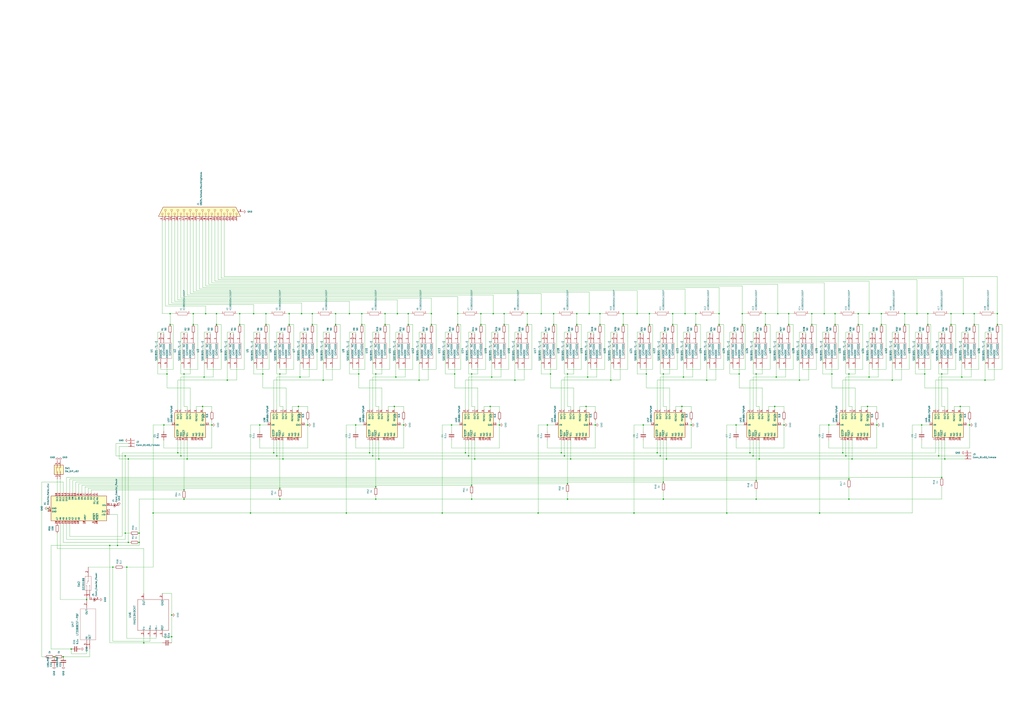
<source format=kicad_sch>
(kicad_sch (version 20211123) (generator eeschema)
  (paper "A1")
  (junction (at 403.86 309.88))
  (junction (at 590.55 257.81))
  (junction (at 773.43 392.43))
  (junction (at 382.27 372.11))
  (junction (at 481.33 334.01))
  (junction (at 656.59 312.42))
  (junction (at 218.44 257.81))
  (junction (at 533.4 257.81))
  (junction (at 389.89 377.19))
  (junction (at 205.74 421.64))
  (junction (at 621.03 394.97))
  (junction (at 246.38 309.88))
  (junction (at 213.36 349.25))
  (junction (at 410.21 349.25))
  (junction (at 547.37 377.19))
  (junction (at 387.35 410.21))
  (junction (at 308.61 307.34))
  (junction (at 44.45 539.75))
  (junction (at 552.45 257.81))
  (junction (at 137.16 307.34))
  (junction (at 781.05 257.81))
  (junction (at 354.33 266.7))
  (junction (at 800.1 257.81))
  (junction (at 523.24 257.81))
  (junction (at 114.3 445.77))
  (junction (at 297.18 257.81))
  (junction (at 232.41 377.19))
  (junction (at 58.42 533.4))
  (junction (at 621.03 307.34))
  (junction (at 229.87 307.34))
  (junction (at 196.85 257.81))
  (junction (at 140.97 505.46))
  (junction (at 394.97 257.81))
  (junction (at 552.45 266.7))
  (junction (at 466.09 397.51))
  (junction (at 461.01 372.11))
  (junction (at 533.4 266.7))
  (junction (at 539.75 372.11))
  (junction (at 473.71 266.7))
  (junction (at 402.59 334.01))
  (junction (at 694.69 374.65))
  (junction (at 326.39 257.81))
  (junction (at 245.11 334.01))
  (junction (at 492.76 266.7))
  (junction (at 762 266.7))
  (junction (at 256.54 266.7))
  (junction (at 742.95 257.81))
  (junction (at 590.55 266.7))
  (junction (at 52.07 539.75))
  (junction (at 759.46 307.34))
  (junction (at 697.23 410.21))
  (junction (at 433.07 266.7))
  (junction (at 454.66 266.7))
  (junction (at 571.5 257.81))
  (junction (at 796.29 349.25))
  (junction (at 621.03 410.21))
  (junction (at 692.15 372.11))
  (junction (at 323.85 334.01))
  (junction (at 387.35 398.78))
  (junction (at 454.66 257.81))
  (junction (at 433.07 257.81))
  (junction (at 39.37 417.83))
  (junction (at 482.6 309.88))
  (junction (at 628.65 266.7))
  (junction (at 596.9 421.64))
  (junction (at 316.23 257.81))
  (junction (at 560.07 334.01))
  (junction (at 105.41 377.19))
  (junction (at 452.12 307.34))
  (junction (at 444.5 257.81))
  (junction (at 781.05 266.7))
  (junction (at 647.7 266.7))
  (junction (at 712.47 334.01))
  (junction (at 105.41 445.77))
  (junction (at 177.8 257.81))
  (junction (at 567.69 349.25))
  (junction (at 252.73 349.25))
  (junction (at 148.59 374.65))
  (junction (at 808.99 312.42))
  (junction (at 544.83 307.34))
  (junction (at 140.97 523.24))
  (junction (at 723.9 257.81))
  (junction (at 685.8 266.7))
  (junction (at 441.96 421.64))
  (junction (at 561.34 309.88))
  (junction (at 636.27 334.01))
  (junction (at 666.75 257.81))
  (junction (at 422.91 312.42))
  (junction (at 580.39 312.42))
  (junction (at 530.86 307.34))
  (junction (at 151.13 402.59))
  (junction (at 562.61 257.81))
  (junction (at 294.64 307.34))
  (junction (at 325.12 309.88))
  (junction (at 224.79 372.11))
  (junction (at 449.58 349.25))
  (junction (at 297.18 266.7))
  (junction (at 492.76 257.81))
  (junction (at 463.55 374.65))
  (junction (at 685.8 257.81))
  (junction (at 335.28 266.7))
  (junction (at 208.28 257.81))
  (junction (at 287.02 257.81))
  (junction (at 158.75 266.7))
  (junction (at 196.85 266.7))
  (junction (at 387.35 307.34))
  (junction (at 704.85 257.81))
  (junction (at 697.23 307.34))
  (junction (at 384.81 374.65))
  (junction (at 800.1 266.7))
  (junction (at 720.09 349.25))
  (junction (at 623.57 377.19))
  (junction (at 607.06 307.34))
  (junction (at 615.95 372.11))
  (junction (at 414.02 257.81))
  (junction (at 501.65 312.42))
  (junction (at 186.69 312.42))
  (junction (at 697.23 393.7))
  (junction (at 311.15 377.19))
  (junction (at 275.59 266.7))
  (junction (at 542.29 374.65))
  (junction (at 732.79 312.42))
  (junction (at 604.52 349.25))
  (junction (at 114.3 438.15))
  (junction (at 71.12 492.76))
  (junction (at 375.92 266.7))
  (junction (at 770.89 374.65))
  (junction (at 628.65 257.81))
  (junction (at 704.85 266.7))
  (junction (at 92.71 466.09))
  (junction (at 673.1 421.64))
  (junction (at 819.15 257.81))
  (junction (at 229.87 401.32))
  (junction (at 373.38 307.34))
  (junction (at 96.52 448.31))
  (junction (at 511.81 257.81))
  (junction (at 683.26 307.34))
  (junction (at 488.95 349.25))
  (junction (at 344.17 312.42))
  (junction (at 104.14 466.09))
  (junction (at 544.83 410.21))
  (junction (at 331.47 349.25))
  (junction (at 265.43 312.42))
  (junction (at 125.73 421.64))
  (junction (at 762 257.81))
  (junction (at 118.11 528.32))
  (junction (at 275.59 257.81))
  (junction (at 303.53 372.11))
  (junction (at 247.65 257.81))
  (junction (at 363.22 421.64))
  (junction (at 753.11 257.81))
  (junction (at 146.05 372.11))
  (junction (at 102.87 374.65))
  (junction (at 139.7 266.7))
  (junction (at 102.87 438.15))
  (junction (at 370.84 349.25))
  (junction (at 643.89 349.25))
  (junction (at 354.33 257.81))
  (junction (at 218.44 266.7))
  (junction (at 618.49 374.65))
  (junction (at 90.17 448.31))
  (junction (at 168.91 257.81))
  (junction (at 756.92 349.25))
  (junction (at 773.43 307.34))
  (junction (at 680.72 349.25))
  (junction (at 292.1 349.25))
  (junction (at 166.37 334.01))
  (junction (at 134.62 349.25))
  (junction (at 544.83 396.24))
  (junction (at 666.75 266.7))
  (junction (at 571.5 266.7))
  (junction (at 215.9 307.34))
  (junction (at 791.21 257.81))
  (junction (at 173.99 349.25))
  (junction (at 789.94 309.88))
  (junction (at 394.97 266.7))
  (junction (at 405.13 257.81))
  (junction (at 237.49 257.81))
  (junction (at 520.7 421.64))
  (junction (at 139.7 257.81))
  (junction (at 308.61 410.21))
  (junction (at 151.13 307.34))
  (junction (at 713.74 257.81))
  (junction (at 609.6 266.7))
  (junction (at 284.48 421.64))
  (junction (at 308.61 400.05))
  (junction (at 699.77 377.19))
  (junction (at 483.87 257.81))
  (junction (at 647.7 257.81))
  (junction (at 151.13 410.21))
  (junction (at 466.09 410.21))
  (junction (at 177.8 266.7))
  (junction (at 335.28 257.81))
  (junction (at 468.63 377.19))
  (junction (at 511.81 266.7))
  (junction (at 466.09 307.34))
  (junction (at 473.71 257.81))
  (junction (at 528.32 349.25))
  (junction (at 775.97 377.19))
  (junction (at 637.54 309.88))
  (junction (at 167.64 309.88))
  (junction (at 306.07 374.65))
  (junction (at 676.91 257.81))
  (junction (at 819.15 266.7))
  (junction (at 375.92 257.81))
  (junction (at 227.33 374.65))
  (junction (at 153.67 377.19))
  (junction (at 316.23 266.7))
  (junction (at 229.87 410.21))
  (junction (at 256.54 257.81))
  (junction (at 237.49 266.7))
  (junction (at 414.02 266.7))
  (junction (at 713.74 309.88))
  (junction (at 788.67 334.01))
  (junction (at 609.6 257.81))
  (junction (at 723.9 266.7))
  (junction (at 742.95 266.7))
  (junction (at 638.81 257.81))
  (junction (at 158.75 257.81))
  (wire (pts (xy 137.16 318.77) (xy 156.21 318.77)))
  (wire (pts (xy 332.74 309.88) (xy 332.74 302.26)))
  (wire (pts (xy 146.05 372.11) (xy 146.05 361.95)))
  (wire (pts (xy 636.27 336.55) (xy 636.27 334.01)))
  (wire (pts (xy 373.38 318.77) (xy 392.43 318.77)))
  (wire (pts (xy 720.09 337.82) (xy 720.09 334.01)))
  (wire (pts (xy 444.5 273.05) (xy 444.5 307.34)))
  (wire (pts (xy 492.76 257.81) (xy 496.57 257.81)))
  (wire (pts (xy 675.64 307.34) (xy 683.26 307.34)))
  (wire (pts (xy 544.83 403.86) (xy 544.83 410.21)))
  (wire (pts (xy 461.01 372.11) (xy 461.01 361.95)))
  (wire (pts (xy 229.87 303.53) (xy 241.3 303.53)))
  (wire (pts (xy 224.79 372.11) (xy 303.53 372.11)))
  (wire (pts (xy 151.13 307.34) (xy 156.21 307.34)))
  (wire (pts (xy 430.53 257.81) (xy 433.07 257.81)))
  (wire (pts (xy 384.81 307.34) (xy 387.35 307.34)))
  (wire (pts (xy 241.3 303.53) (xy 241.3 266.7)))
  (wire (pts (xy 408.94 273.05) (xy 403.86 273.05)))
  (wire (pts (xy 685.8 266.7) (xy 685.8 257.81)))
  (wire (pts (xy 814.07 274.32) (xy 814.07 273.05)))
  (wire (pts (xy 487.68 273.05) (xy 482.6 273.05)))
  (wire (pts (xy 403.86 273.05) (xy 403.86 309.88)))
  (wire (pts (xy 303.53 372.11) (xy 303.53 361.95)))
  (wire (pts (xy 215.9 307.34) (xy 215.9 318.77)))
  (wire (pts (xy 138.43 250.19) (xy 208.28 250.19)))
  (wire (pts (xy 547.37 377.19) (xy 623.57 377.19)))
  (wire (pts (xy 547.37 377.19) (xy 547.37 361.95)))
  (wire (pts (xy 717.55 349.25) (xy 720.09 349.25)))
  (wire (pts (xy 46.99 393.7) (xy 46.99 405.13)))
  (wire (pts (xy 151.13 307.34) (xy 148.59 307.34)))
  (wire (pts (xy 773.43 303.53) (xy 784.86 303.53)))
  (wire (pts (xy 142.24 303.53) (xy 142.24 266.7)))
  (wire (pts (xy 604.52 368.3) (xy 643.89 368.3)))
  (wire (pts (xy 308.61 302.26) (xy 308.61 303.53)))
  (wire (pts (xy 323.85 336.55) (xy 323.85 334.01)))
  (wire (pts (xy 607.06 307.34) (xy 607.06 318.77)))
  (wire (pts (xy 486.41 349.25) (xy 488.95 349.25)))
  (wire (pts (xy 162.56 266.7) (xy 158.75 266.7)))
  (wire (pts (xy 427.99 273.05) (xy 422.91 273.05)))
  (wire (pts (xy 308.61 307.34) (xy 308.61 334.01)))
  (wire (pts (xy 196.85 257.81) (xy 208.28 257.81)))
  (wire (pts (xy 444.5 307.34) (xy 452.12 307.34)))
  (wire (pts (xy 299.72 266.7) (xy 297.18 266.7)))
  (wire (pts (xy 792.48 303.53) (xy 803.91 303.53)))
  (wire (pts (xy 153.67 242.57) (xy 405.13 242.57)))
  (wire (pts (xy 378.46 303.53) (xy 378.46 266.7)))
  (wire (pts (xy 96.52 448.31) (xy 90.17 448.31)))
  (wire (pts (xy 651.51 303.53) (xy 651.51 266.7)))
  (wire (pts (xy 294.64 307.34) (xy 294.64 318.77)))
  (wire (pts (xy 763.27 349.25) (xy 756.92 349.25)))
  (wire (pts (xy 148.59 309.88) (xy 167.64 309.88)))
  (wire (pts (xy 250.19 349.25) (xy 252.73 349.25)))
  (wire (pts (xy 171.45 181.61) (xy 171.45 233.68)))
  (wire (pts (xy 69.85 400.05) (xy 308.61 400.05)))
  (wire (pts (xy 41.91 448.31) (xy 41.91 533.4)))
  (wire (pts (xy 707.39 336.55) (xy 707.39 334.01)))
  (wire (pts (xy 567.69 349.25) (xy 567.69 345.44)))
  (wire (pts (xy 96.52 422.91) (xy 96.52 448.31)))
  (wire (pts (xy 52.07 539.75) (xy 73.66 539.75)))
  (wire (pts (xy 394.97 257.81) (xy 392.43 257.81)))
  (wire (pts (xy 41.91 533.4) (xy 58.42 533.4)))
  (wire (pts (xy 678.18 302.26) (xy 678.18 303.53)))
  (wire (pts (xy 417.83 303.53) (xy 417.83 266.7)))
  (wire (pts (xy 320.04 303.53) (xy 320.04 266.7)))
  (wire (pts (xy 311.15 377.19) (xy 389.89 377.19)))
  (wire (pts (xy 177.8 257.81) (xy 181.61 257.81)))
  (wire (pts (xy 609.6 266.7) (xy 609.6 257.81)))
  (wire (pts (xy 735.33 302.26) (xy 735.33 303.53)))
  (wire (pts (xy 699.77 377.19) (xy 699.77 361.95)))
  (wire (pts (xy 775.97 273.05) (xy 770.89 273.05)))
  (wire (pts (xy 585.47 274.32) (xy 585.47 273.05)))
  (wire (pts (xy 140.97 349.25) (xy 134.62 349.25)))
  (wire (pts (xy 95.25 364.49) (xy 95.25 374.65)))
  (wire (pts (xy 173.99 368.3) (xy 173.99 349.25)))
  (wire (pts (xy 768.35 312.42) (xy 808.99 312.42)))
  (wire (pts (xy 306.07 374.65) (xy 384.81 374.65)))
  (wire (pts (xy 156.21 318.77) (xy 156.21 336.55)))
  (wire (pts (xy 604.52 273.05) (xy 599.44 273.05)))
  (wire (pts (xy 186.69 312.42) (xy 186.69 273.05)))
  (wire (pts (xy 140.97 181.61) (xy 140.97 248.92)))
  (wire (pts (xy 528.32 354.33) (xy 528.32 349.25)))
  (wire (pts (xy 716.28 302.26) (xy 716.28 303.53)))
  (wire (pts (xy 46.99 438.15) (xy 46.99 450.85)))
  (wire (pts (xy 405.13 257.81) (xy 405.13 242.57)))
  (wire (pts (xy 784.86 266.7) (xy 781.05 266.7)))
  (wire (pts (xy 335.28 266.7) (xy 339.09 266.7)))
  (wire (pts (xy 811.53 303.53) (xy 822.96 303.53)))
  (wire (pts (xy 200.66 303.53) (xy 200.66 266.7)))
  (wire (pts (xy 151.13 402.59) (xy 151.13 361.95)))
  (wire (pts (xy 69.85 405.13) (xy 69.85 400.05)))
  (wire (pts (xy 213.36 273.05) (xy 208.28 273.05)))
  (wire (pts (xy 520.7 349.25) (xy 528.32 349.25)))
  (wire (pts (xy 316.23 266.7) (xy 316.23 257.81)))
  (wire (pts (xy 697.23 401.32) (xy 697.23 410.21)))
  (wire (pts (xy 153.67 377.19) (xy 232.41 377.19)))
  (wire (pts (xy 520.7 421.64) (xy 520.7 349.25)))
  (wire (pts (xy 471.17 307.34) (xy 471.17 302.26)))
  (wire (pts (xy 161.29 334.01) (xy 166.37 334.01)))
  (wire (pts (xy 363.22 421.64) (xy 441.96 421.64)))
  (wire (pts (xy 425.45 303.53) (xy 436.88 303.53)))
  (wire (pts (xy 723.9 266.7) (xy 727.71 266.7)))
  (wire (pts (xy 378.46 266.7) (xy 375.92 266.7)))
  (wire (pts (xy 449.58 368.3) (xy 488.95 368.3)))
  (wire (pts (xy 556.26 303.53) (xy 556.26 266.7)))
  (wire (pts (xy 62.23 405.13) (xy 62.23 396.24)))
  (wire (pts (xy 351.79 312.42) (xy 351.79 302.26)))
  (wire (pts (xy 718.82 273.05) (xy 713.74 273.05)))
  (wire (pts (xy 170.18 303.53) (xy 181.61 303.53)))
  (wire (pts (xy 172.72 274.32) (xy 172.72 273.05)))
  (wire (pts (xy 720.09 349.25) (xy 720.09 345.44)))
  (wire (pts (xy 161.29 336.55) (xy 161.29 334.01)))
  (wire (pts (xy 575.31 303.53) (xy 575.31 266.7)))
  (wire (pts (xy 621.03 334.01) (xy 623.57 334.01)))
  (wire (pts (xy 92.71 466.09) (xy 93.98 466.09)))
  (wire (pts (xy 215.9 307.34) (xy 215.9 302.26)))
  (wire (pts (xy 403.86 309.88) (xy 411.48 309.88)))
  (wire (pts (xy 179.07 229.87) (xy 753.11 229.87)))
  (wire (pts (xy 680.72 273.05) (xy 675.64 273.05)))
  (wire (pts (xy 227.33 309.88) (xy 246.38 309.88)))
  (wire (pts (xy 482.6 273.05) (xy 482.6 309.88)))
  (wire (pts (xy 72.39 401.32) (xy 229.87 401.32)))
  (wire (pts (xy 535.94 303.53) (xy 535.94 266.7)))
  (wire (pts (xy 554.99 334.01) (xy 560.07 334.01)))
  (wire (pts (xy 105.41 364.49) (xy 95.25 364.49)))
  (wire (pts (xy 151.13 307.34) (xy 151.13 334.01)))
  (wire (pts (xy 463.55 374.65) (xy 463.55 361.95)))
  (wire (pts (xy 773.43 392.43) (xy 773.43 361.95)))
  (wire (pts (xy 146.05 181.61) (xy 146.05 246.38)))
  (wire (pts (xy 723.9 266.7) (xy 723.9 257.81)))
  (wire (pts (xy 234.95 257.81) (xy 237.49 257.81)))
  (wire (pts (xy 683.26 307.34) (xy 683.26 318.77)))
  (wire (pts (xy 477.52 266.7) (xy 473.71 266.7)))
  (wire (pts (xy 270.51 274.32) (xy 270.51 273.05)))
  (wire (pts (xy 697.23 307.34) (xy 697.23 334.01)))
  (wire (pts (xy 354.33 266.7) (xy 354.33 257.81)))
  (wire (pts (xy 92.71 527.05) (xy 123.19 527.05)))
  (wire (pts (xy 300.99 257.81) (xy 297.18 257.81)))
  (wire (pts (xy 778.51 257.81) (xy 781.05 257.81)))
  (wire (pts (xy 248.92 303.53) (xy 260.35 303.53)))
  (wire (pts (xy 477.52 303.53) (xy 477.52 266.7)))
  (wire (pts (xy 433.07 266.7) (xy 433.07 257.81)))
  (wire (pts (xy 562.61 257.81) (xy 571.5 257.81)))
  (wire (pts (xy 370.84 361.95) (xy 370.84 368.3)))
  (wire (pts (xy 525.78 303.53) (xy 535.94 303.53)))
  (wire (pts (xy 632.46 266.7) (xy 628.65 266.7)))
  (wire (pts (xy 137.16 307.34) (xy 137.16 302.26)))
  (wire (pts (xy 58.42 533.4) (xy 58.42 537.21)))
  (wire (pts (xy 318.77 334.01) (xy 323.85 334.01)))
  (wire (pts (xy 398.78 266.7) (xy 394.97 266.7)))
  (wire (pts (xy 473.71 257.81) (xy 473.71 266.7)))
  (wire (pts (xy 328.93 349.25) (xy 331.47 349.25)))
  (wire (pts (xy 252.73 349.25) (xy 252.73 345.44)))
  (wire (pts (xy 468.63 377.19) (xy 547.37 377.19)))
  (wire (pts (xy 666.75 266.7) (xy 670.56 266.7)))
  (wire (pts (xy 609.6 234.95) (xy 609.6 257.81)))
  (wire (pts (xy 447.04 302.26) (xy 447.04 303.53)))
  (wire (pts (xy 125.73 421.64) (xy 205.74 421.64)))
  (wire (pts (xy 325.12 309.88) (xy 332.74 309.88)))
  (wire (pts (xy 704.85 257.81) (xy 713.74 257.81)))
  (wire (pts (xy 778.51 307.34) (xy 778.51 302.26)))
  (wire (pts (xy 791.21 228.6) (xy 791.21 257.81)))
  (wire (pts (xy 392.43 307.34) (xy 392.43 302.26)))
  (wire (pts (xy 389.89 377.19) (xy 468.63 377.19)))
  (wire (pts (xy 397.51 336.55) (xy 397.51 334.01)))
  (wire (pts (xy 504.19 302.26) (xy 504.19 303.53)))
  (wire (pts (xy 476.25 336.55) (xy 476.25 334.01)))
  (wire (pts (xy 379.73 257.81) (xy 375.92 257.81)))
  (wire (pts (xy 615.95 372.11) (xy 615.95 361.95)))
  (wire (pts (xy 156.21 241.3) (xy 444.5 241.3)))
  (wire (pts (xy 753.11 257.81) (xy 762 257.81)))
  (wire (pts (xy 104.14 524.51) (xy 104.14 466.09)))
  (wire (pts (xy 158.75 240.03) (xy 483.87 240.03)))
  (wire (pts (xy 626.11 307.34) (xy 626.11 302.26)))
  (wire (pts (xy 791.21 257.81) (xy 800.1 257.81)))
  (wire (pts (xy 612.14 303.53) (xy 612.14 266.7)))
  (wire (pts (xy 590.55 236.22) (xy 590.55 257.81)))
  (wire (pts (xy 299.72 303.53) (xy 299.72 266.7)))
  (wire (pts (xy 449.58 361.95) (xy 449.58 368.3)))
  (wire (pts (xy 781.05 266.7) (xy 781.05 257.81)))
  (wire (pts (xy 213.36 368.3) (xy 252.73 368.3)))
  (wire (pts (xy 191.77 273.05) (xy 186.69 273.05)))
  (wire (pts (xy 102.87 443.23) (xy 102.87 438.15)))
  (wire (pts (xy 623.57 273.05) (xy 618.49 273.05)))
  (wire (pts (xy 308.61 407.67) (xy 308.61 410.21)))
  (wire (pts (xy 473.71 257.81) (xy 483.87 257.81)))
  (wire (pts (xy 687.07 349.25) (xy 680.72 349.25)))
  (wire (pts (xy 680.72 274.32) (xy 680.72 273.05)))
  (wire (pts (xy 621.03 303.53) (xy 632.46 303.53)))
  (wire (pts (xy 313.69 336.55) (xy 313.69 318.77)))
  (wire (pts (xy 697.23 303.53) (xy 708.66 303.53)))
  (wire (pts (xy 819.15 266.7) (xy 822.96 266.7)))
  (wire (pts (xy 303.53 312.42) (xy 303.53 336.55)))
  (wire (pts (xy 751.84 307.34) (xy 759.46 307.34)))
  (wire (pts (xy 241.3 266.7) (xy 237.49 266.7)))
  (wire (pts (xy 506.73 274.32) (xy 506.73 273.05)))
  (wire (pts (xy 788.67 334.01) (xy 796.29 334.01)))
  (wire (pts (xy 544.83 334.01) (xy 547.37 334.01)))
  (wire (pts (xy 114.3 445.77) (xy 114.3 438.15)))
  (wire (pts (xy 146.05 312.42) (xy 146.05 336.55)))
  (wire (pts (xy 697.23 302.26) (xy 697.23 303.53)))
  (wire (pts (xy 365.76 273.05) (xy 365.76 307.34)))
  (wire (pts (xy 105.41 445.77) (xy 106.68 445.77)))
  (wire (pts (xy 234.95 307.34) (xy 234.95 302.26)))
  (wire (pts (xy 146.05 246.38) (xy 326.39 246.38)))
  (wire (pts (xy 292.1 361.95) (xy 292.1 368.3)))
  (wire (pts (xy 726.44 257.81) (xy 723.9 257.81)))
  (wire (pts (xy 455.93 349.25) (xy 449.58 349.25)))
  (wire (pts (xy 323.85 334.01) (xy 331.47 334.01)))
  (wire (pts (xy 773.43 302.26) (xy 773.43 303.53)))
  (wire (pts (xy 215.9 318.77) (xy 234.95 318.77)))
  (wire (pts (xy 768.35 372.11) (xy 768.35 361.95)))
  (wire (pts (xy 713.74 309.88) (xy 721.36 309.88)))
  (wire (pts (xy 64.77 405.13) (xy 64.77 397.51)))
  (wire (pts (xy 142.24 266.7) (xy 139.7 266.7)))
  (wire (pts (xy 618.49 273.05) (xy 618.49 307.34)))
  (wire (pts (xy 441.96 349.25) (xy 449.58 349.25)))
  (wire (pts (xy 425.45 302.26) (xy 425.45 303.53)))
  (wire (pts (xy 523.24 257.81) (xy 533.4 257.81)))
  (wire (pts (xy 463.55 307.34) (xy 466.09 307.34)))
  (wire (pts (xy 542.29 307.34) (xy 544.83 307.34)))
  (wire (pts (xy 320.04 266.7) (xy 316.23 266.7)))
  (wire (pts (xy 819.15 227.33) (xy 819.15 257.81)))
  (wire (pts (xy 447.04 303.53) (xy 457.2 303.53)))
  (wire (pts (xy 146.05 372.11) (xy 224.79 372.11)))
  (wire (pts (xy 191.77 274.32) (xy 191.77 273.05)))
  (wire (pts (xy 335.28 266.7) (xy 335.28 257.81)))
  (wire (pts (xy 523.24 307.34) (xy 530.86 307.34)))
  (wire (pts (xy 561.34 273.05) (xy 561.34 309.88)))
  (wire (pts (xy 177.8 266.7) (xy 177.8 257.81)))
  (wire (pts (xy 349.25 273.05) (xy 344.17 273.05)))
  (wire (pts (xy 539.75 372.11) (xy 615.95 372.11)))
  (wire (pts (xy 306.07 307.34) (xy 308.61 307.34)))
  (wire (pts (xy 105.41 445.77) (xy 105.41 377.19)))
  (wire (pts (xy 683.26 318.77) (xy 702.31 318.77)))
  (wire (pts (xy 265.43 312.42) (xy 273.05 312.42)))
  (wire (pts (xy 688.34 303.53) (xy 688.34 266.7)))
  (wire (pts (xy 457.2 303.53) (xy 457.2 266.7)))
  (wire (pts (xy 289.56 302.26) (xy 289.56 303.53)))
  (wire (pts (xy 463.55 309.88) (xy 482.6 309.88)))
  (wire (pts (xy 384.81 309.88) (xy 403.86 309.88)))
  (wire (pts (xy 697.23 334.01) (xy 699.77 334.01)))
  (wire (pts (xy 326.39 246.38) (xy 326.39 257.81)))
  (wire (pts (xy 237.49 257.81) (xy 247.65 257.81)))
  (wire (pts (xy 331.47 368.3) (xy 331.47 349.25)))
  (wire (pts (xy 501.65 312.42) (xy 509.27 312.42)))
  (wire (pts (xy 58.42 537.21) (xy 71.12 537.21)))
  (wire (pts (xy 795.02 273.05) (xy 789.94 273.05)))
  (wire (pts (xy 208.28 257.81) (xy 218.44 257.81)))
  (wire (pts (xy 544.83 334.01) (xy 544.83 307.34)))
  (wire (pts (xy 292.1 368.3) (xy 331.47 368.3)))
  (wire (pts (xy 713.74 231.14) (xy 713.74 257.81)))
  (wire (pts (xy 618.49 374.65) (xy 618.49 361.95)))
  (wire (pts (xy 466.09 405.13) (xy 466.09 410.21)))
  (wire (pts (xy 36.83 539.75) (xy 34.29 539.75)))
  (wire (pts (xy 661.67 273.05) (xy 656.59 273.05)))
  (wire (pts (xy 213.36 274.32) (xy 213.36 273.05)))
  (wire (pts (xy 224.79 372.11) (xy 224.79 361.95)))
  (wire (pts (xy 759.46 318.77) (xy 778.51 318.77)))
  (wire (pts (xy 463.55 273.05) (xy 463.55 307.34)))
  (wire (pts (xy 718.82 274.32) (xy 718.82 273.05)))
  (wire (pts (xy 57.15 405.13) (xy 57.15 393.7)))
  (wire (pts (xy 466.09 302.26) (xy 466.09 303.53)))
  (wire (pts (xy 742.95 266.7) (xy 746.76 266.7)))
  (wire (pts (xy 607.06 307.34) (xy 607.06 302.26)))
  (wire (pts (xy 574.04 257.81) (xy 571.5 257.81)))
  (wire (pts (xy 151.13 334.01) (xy 153.67 334.01)))
  (wire (pts (xy 284.48 421.64) (xy 363.22 421.64)))
  (wire (pts (xy 762 266.7) (xy 762 257.81)))
  (wire (pts (xy 151.13 402.59) (xy 74.93 402.59)))
  (wire (pts (xy 749.3 421.64) (xy 749.3 349.25)))
  (wire (pts (xy 316.23 257.81) (xy 326.39 257.81)))
  (wire (pts (xy 311.15 377.19) (xy 311.15 361.95)))
  (wire (pts (xy 219.71 349.25) (xy 213.36 349.25)))
  (wire (pts (xy 716.28 303.53) (xy 727.71 303.53)))
  (wire (pts (xy 105.41 377.19) (xy 153.67 377.19)))
  (wire (pts (xy 167.64 309.88) (xy 175.26 309.88)))
  (wire (pts (xy 134.62 273.05) (xy 129.54 273.05)))
  (wire (pts (xy 205.74 421.64) (xy 284.48 421.64)))
  (wire (pts (xy 398.78 303.53) (xy 398.78 266.7)))
  (wire (pts (xy 666.75 257.81) (xy 676.91 257.81)))
  (wire (pts (xy 134.62 354.33) (xy 134.62 349.25)))
  (wire (pts (xy 92.71 527.05) (xy 92.71 466.09)))
  (wire (pts (xy 676.91 232.41) (xy 676.91 257.81)))
  (wire (pts (xy 240.03 334.01) (xy 245.11 334.01)))
  (wire (pts (xy 148.59 273.05) (xy 148.59 307.34)))
  (wire (pts (xy 194.31 312.42) (xy 194.31 302.26)))
  (wire (pts (xy 162.56 303.53) (xy 162.56 266.7)))
  (wire (pts (xy 800.1 266.7) (xy 803.91 266.7)))
  (wire (pts (xy 781.05 257.81) (xy 791.21 257.81)))
  (wire (pts (xy 186.69 312.42) (xy 194.31 312.42)))
  (wire (pts (xy 582.93 302.26) (xy 582.93 303.53)))
  (wire (pts (xy 621.03 410.21) (xy 697.23 410.21)))
  (wire (pts (xy 330.2 274.32) (xy 330.2 273.05)))
  (wire (pts (xy 580.39 312.42) (xy 588.01 312.42)))
  (wire (pts (xy 287.02 307.34) (xy 294.64 307.34)))
  (wire (pts (xy 205.74 421.64) (xy 205.74 349.25)))
  (wire (pts (xy 327.66 303.53) (xy 339.09 303.53)))
  (wire (pts (xy 562.61 237.49) (xy 562.61 257.81)))
  (wire (pts (xy 789.94 309.88) (xy 797.56 309.88)))
  (wire (pts (xy 775.97 377.19) (xy 792.48 377.19)))
  (wire (pts (xy 346.71 303.53) (xy 358.14 303.53)))
  (wire (pts (xy 166.37 181.61) (xy 166.37 236.22)))
  (wire (pts (xy 375.92 243.84) (xy 375.92 257.81)))
  (wire (pts (xy 194.31 257.81) (xy 196.85 257.81)))
  (wire (pts (xy 227.33 309.88) (xy 227.33 336.55)))
  (wire (pts (xy 408.94 274.32) (xy 408.94 273.05)))
  (wire (pts (xy 118.11 528.32) (xy 118.11 523.24)))
  (wire (pts (xy 387.35 303.53) (xy 398.78 303.53)))
  (wire (pts (xy 511.81 266.7) (xy 511.81 257.81)))
  (wire (pts (xy 158.75 257.81) (xy 168.91 257.81)))
  (wire (pts (xy 732.79 312.42) (xy 740.41 312.42)))
  (wire (pts (xy 95.25 374.65) (xy 102.87 374.65)))
  (wire (pts (xy 596.9 421.64) (xy 673.1 421.64)))
  (wire (pts (xy 615.95 312.42) (xy 615.95 336.55)))
  (wire (pts (xy 466.09 361.95) (xy 466.09 397.51)))
  (wire (pts (xy 704.85 266.7) (xy 704.85 257.81)))
  (wire (pts (xy 642.62 273.05) (xy 637.54 273.05)))
  (wire (pts (xy 229.87 401.32) (xy 229.87 361.95)))
  (wire (pts (xy 549.91 257.81) (xy 552.45 257.81)))
  (wire (pts (xy 247.65 248.92) (xy 247.65 257.81)))
  (wire (pts (xy 308.61 307.34) (xy 313.69 307.34)))
  (wire (pts (xy 265.43 312.42) (xy 265.43 273.05)))
  (wire (pts (xy 458.47 257.81) (xy 454.66 257.81)))
  (wire (pts (xy 213.36 354.33) (xy 213.36 349.25)))
  (wire (pts (xy 256.54 266.7) (xy 256.54 257.81)))
  (wire (pts (xy 148.59 181.61) (xy 148.59 245.11)))
  (wire (pts (xy 377.19 349.25) (xy 370.84 349.25)))
  (wire (pts (xy 213.36 361.95) (xy 213.36 368.3)))
  (wire (pts (xy 411.48 309.88) (xy 411.48 302.26)))
  (wire (pts (xy 373.38 307.34) (xy 373.38 318.77)))
  (wire (pts (xy 229.87 302.26) (xy 229.87 303.53)))
  (wire (pts (xy 444.5 257.81) (xy 454.66 257.81)))
  (wire (pts (xy 237.49 266.7) (xy 237.49 257.81)))
  (wire (pts (xy 618.49 309.88) (xy 637.54 309.88)))
  (wire (pts (xy 528.32 368.3) (xy 567.69 368.3)))
  (wire (pts (xy 466.09 334.01) (xy 468.63 334.01)))
  (wire (pts (xy 563.88 303.53) (xy 575.31 303.53)))
  (wire (pts (xy 106.68 438.15) (xy 102.87 438.15)))
  (wire (pts (xy 414.02 266.7) (xy 417.83 266.7)))
  (wire (pts (xy 422.91 312.42) (xy 430.53 312.42)))
  (wire (pts (xy 181.61 228.6) (xy 791.21 228.6)))
  (wire (pts (xy 544.83 303.53) (xy 556.26 303.53)))
  (wire (pts (xy 533.4 266.7) (xy 533.4 257.81)))
  (wire (pts (xy 128.27 524.51) (xy 104.14 524.51)))
  (wire (pts (xy 153.67 334.01) (xy 153.67 336.55)))
  (wire (pts (xy 224.79 312.42) (xy 265.43 312.42)))
  (wire (pts (xy 370.84 274.32) (xy 370.84 273.05)))
  (wire (pts (xy 118.11 450.85) (xy 118.11 487.68)))
  (wire (pts (xy 148.59 245.11) (xy 354.33 245.11)))
  (wire (pts (xy 273.05 257.81) (xy 275.59 257.81)))
  (wire (pts (xy 163.83 237.49) (xy 562.61 237.49)))
  (wire (pts (xy 542.29 273.05) (xy 542.29 307.34)))
  (wire (pts (xy 57.15 393.7) (xy 697.23 393.7)))
  (wire (pts (xy 166.37 236.22) (xy 590.55 236.22)))
  (wire (pts (xy 640.08 303.53) (xy 651.51 303.53)))
  (wire (pts (xy 466.09 303.53) (xy 477.52 303.53)))
  (wire (pts (xy 483.87 257.81) (xy 492.76 257.81)))
  (wire (pts (xy 387.35 410.21) (xy 387.35 406.4)))
  (wire (pts (xy 387.35 307.34) (xy 387.35 334.01)))
  (wire (pts (xy 176.53 231.14) (xy 713.74 231.14)))
  (wire (pts (xy 638.81 233.68) (xy 638.81 257.81)))
  (wire (pts (xy 52.07 396.24) (xy 52.07 405.13)))
  (wire (pts (xy 571.5 266.7) (xy 571.5 257.81)))
  (wire (pts (xy 636.27 334.01) (xy 643.89 334.01)))
  (wire (pts (xy 643.89 349.25) (xy 643.89 345.44)))
  (wire (pts (xy 227.33 307.34) (xy 229.87 307.34)))
  (wire (pts (xy 721.36 309.88) (xy 721.36 302.26)))
  (wire (pts (xy 251.46 274.32) (xy 251.46 273.05)))
  (wire (pts (xy 547.37 334.01) (xy 547.37 336.55)))
  (wire (pts (xy 631.19 336.55) (xy 631.19 334.01)))
  (wire (pts (xy 537.21 257.81) (xy 533.4 257.81)))
  (wire (pts (xy 375.92 266.7) (xy 375.92 257.81)))
  (wire (pts (xy 775.97 274.32) (xy 775.97 273.05)))
  (wire (pts (xy 556.26 266.7) (xy 552.45 266.7)))
  (wire (pts (xy 506.73 273.05) (xy 501.65 273.05)))
  (wire (pts (xy 140.97 505.46) (xy 140.97 523.24)))
  (wire (pts (xy 208.28 250.19) (xy 208.28 257.81)))
  (wire (pts (xy 626.11 336.55) (xy 626.11 318.77)))
  (wire (pts (xy 702.31 336.55) (xy 702.31 318.77)))
  (wire (pts (xy 148.59 336.55) (xy 148.59 309.88)))
  (wire (pts (xy 544.83 410.21) (xy 621.03 410.21)))
  (wire (pts (xy 72.39 466.09) (xy 92.71 466.09)))
  (wire (pts (xy 699.77 273.05) (xy 694.69 273.05)))
  (wire (pts (xy 339.09 303.53) (xy 339.09 266.7)))
  (wire (pts (xy 163.83 181.61) (xy 163.83 237.49)))
  (wire (pts (xy 449.58 273.05) (xy 444.5 273.05)))
  (wire (pts (xy 156.21 257.81) (xy 158.75 257.81)))
  (wire (pts (xy 544.83 307.34) (xy 549.91 307.34)))
  (wire (pts (xy 153.67 274.32) (xy 153.67 273.05)))
  (wire (pts (xy 641.35 349.25) (xy 643.89 349.25)))
  (wire (pts (xy 148.59 374.65) (xy 227.33 374.65)))
  (wire (pts (xy 294.64 307.34) (xy 294.64 302.26)))
  (wire (pts (xy 151.13 410.21) (xy 229.87 410.21)))
  (wire (pts (xy 397.51 334.01) (xy 402.59 334.01)))
  (wire (pts (xy 586.74 257.81) (xy 590.55 257.81)))
  (wire (pts (xy 542.29 309.88) (xy 561.34 309.88)))
  (wire (pts (xy 697.23 393.7) (xy 697.23 361.95)))
  (wire (pts (xy 229.87 334.01) (xy 232.41 334.01)))
  (wire (pts (xy 476.25 334.01) (xy 481.33 334.01)))
  (wire (pts (xy 661.67 274.32) (xy 661.67 273.05)))
  (wire (pts (xy 759.46 307.34) (xy 759.46 318.77)))
  (wire (pts (xy 417.83 257.81) (xy 414.02 257.81)))
  (wire (pts (xy 770.89 307.34) (xy 773.43 307.34)))
  (wire (pts (xy 72.39 405.13) (xy 72.39 401.32)))
  (wire (pts (xy 240.03 336.55) (xy 240.03 334.01)))
  (wire (pts (xy 325.12 273.05) (xy 325.12 309.88)))
  (wire (pts (xy 132.08 302.26) (xy 132.08 303.53)))
  (wire (pts (xy 604.52 354.33) (xy 604.52 349.25)))
  (wire (pts (xy 90.17 448.31) (xy 41.91 448.31)))
  (wire (pts (xy 168.91 181.61) (xy 168.91 234.95)))
  (wire (pts (xy 452.12 307.34) (xy 452.12 302.26)))
  (wire (pts (xy 389.89 274.32) (xy 389.89 273.05)))
  (wire (pts (xy 481.33 336.55) (xy 481.33 334.01)))
  (wire (pts (xy 248.92 302.26) (xy 248.92 303.53)))
  (wire (pts (xy 697.23 410.21) (xy 773.43 410.21)))
  (wire (pts (xy 822.96 303.53) (xy 822.96 266.7)))
  (wire (pts (xy 638.81 257.81) (xy 647.7 257.81)))
  (wire (pts (xy 680.72 368.3) (xy 720.09 368.3)))
  (wire (pts (xy 796.29 349.25) (xy 796.29 345.44)))
  (wire (pts (xy 161.29 181.61) (xy 161.29 238.76)))
  (wire (pts (xy 528.32 274.32) (xy 528.32 273.05)))
  (wire (pts (xy 539.75 312.42) (xy 580.39 312.42)))
  (wire (pts (xy 308.61 410.21) (xy 229.87 410.21)))
  (wire (pts (xy 189.23 302.26) (xy 189.23 303.53)))
  (wire (pts (xy 436.88 303.53) (xy 436.88 266.7)))
  (wire (pts (xy 90.17 528.32) (xy 118.11 528.32)))
  (wire (pts (xy 363.22 421.64) (xy 363.22 349.25)))
  (wire (pts (xy 640.08 302.26) (xy 640.08 303.53)))
  (wire (pts (xy 370.84 354.33) (xy 370.84 349.25)))
  (wire (pts (xy 699.77 334.01) (xy 699.77 336.55)))
  (wire (pts (xy 754.38 303.53) (xy 764.54 303.53)))
  (wire (pts (xy 410.21 337.82) (xy 410.21 334.01)))
  (wire (pts (xy 232.41 273.05) (xy 227.33 273.05)))
  (wire (pts (xy 770.89 273.05) (xy 770.89 307.34)))
  (wire (pts (xy 287.02 257.81) (xy 297.18 257.81)))
  (wire (pts (xy 287.02 247.65) (xy 287.02 257.81)))
  (wire (pts (xy 387.35 334.01) (xy 389.89 334.01)))
  (wire (pts (xy 135.89 181.61) (xy 135.89 251.46)))
  (wire (pts (xy 792.48 302.26) (xy 792.48 303.53)))
  (wire (pts (xy 350.52 257.81) (xy 354.33 257.81)))
  (wire (pts (xy 227.33 273.05) (xy 227.33 307.34)))
  (wire (pts (xy 689.61 257.81) (xy 685.8 257.81)))
  (wire (pts (xy 129.54 307.34) (xy 137.16 307.34)))
  (wire (pts (xy 205.74 349.25) (xy 213.36 349.25)))
  (wire (pts (xy 354.33 257.81) (xy 354.33 245.11)))
  (wire (pts (xy 167.64 273.05) (xy 167.64 309.88)))
  (wire (pts (xy 542.29 309.88) (xy 542.29 336.55)))
  (wire (pts (xy 71.12 537.21) (xy 71.12 533.4)))
  (wire (pts (xy 803.91 303.53) (xy 803.91 266.7)))
  (wire (pts (xy 422.91 312.42) (xy 422.91 273.05)))
  (wire (pts (xy 158.75 266.7) (xy 158.75 257.81)))
  (wire (pts (xy 134.62 361.95) (xy 134.62 368.3)))
  (wire (pts (xy 561.34 309.88) (xy 568.96 309.88)))
  (wire (pts (xy 803.91 257.81) (xy 800.1 257.81)))
  (wire (pts (xy 523.24 273.05) (xy 523.24 307.34)))
  (wire (pts (xy 621.03 402.59) (xy 621.03 410.21)))
  (wire (pts (xy 610.87 349.25) (xy 604.52 349.25)))
  (wire (pts (xy 179.07 181.61) (xy 179.07 229.87)))
  (wire (pts (xy 571.5 266.7) (xy 575.31 266.7)))
  (wire (pts (xy 104.14 466.09) (xy 125.73 466.09)))
  (wire (pts (xy 509.27 312.42) (xy 509.27 302.26)))
  (wire (pts (xy 406.4 302.26) (xy 406.4 303.53)))
  (wire (pts (xy 129.54 273.05) (xy 129.54 307.34)))
  (wire (pts (xy 326.39 257.81) (xy 335.28 257.81)))
  (wire (pts (xy 461.01 372.11) (xy 539.75 372.11)))
  (wire (pts (xy 756.92 273.05) (xy 751.84 273.05)))
  (wire (pts (xy 275.59 257.81) (xy 287.02 257.81)))
  (wire (pts (xy 692.15 372.11) (xy 768.35 372.11)))
  (wire (pts (xy 284.48 349.25) (xy 292.1 349.25)))
  (wire (pts (xy 284.48 421.64) (xy 284.48 349.25)))
  (wire (pts (xy 363.22 349.25) (xy 370.84 349.25)))
  (wire (pts (xy 287.02 273.05) (xy 287.02 307.34)))
  (wire (pts (xy 485.14 302.26) (xy 485.14 303.53)))
  (wire (pts (xy 441.96 421.64) (xy 441.96 349.25)))
  (wire (pts (xy 664.21 257.81) (xy 666.75 257.81)))
  (wire (pts (xy 246.38 309.88) (xy 254 309.88)))
  (wire (pts (xy 168.91 251.46) (xy 168.91 257.81)))
  (wire (pts (xy 218.44 266.7) (xy 218.44 257.81)))
  (wire (pts (xy 181.61 181.61) (xy 181.61 228.6)))
  (wire (pts (xy 692.15 372.11) (xy 692.15 361.95)))
  (wire (pts (xy 599.44 273.05) (xy 599.44 307.34)))
  (wire (pts (xy 492.76 266.7) (xy 496.57 266.7)))
  (wire (pts (xy 631.19 334.01) (xy 636.27 334.01)))
  (wire (pts (xy 483.87 240.03) (xy 483.87 257.81)))
  (wire (pts (xy 146.05 312.42) (xy 186.69 312.42)))
  (wire (pts (xy 773.43 307.34) (xy 778.51 307.34)))
  (wire (pts (xy 245.11 334.01) (xy 252.73 334.01)))
  (wire (pts (xy 140.97 528.32) (xy 140.97 523.24)))
  (wire (pts (xy 621.03 302.26) (xy 621.03 303.53)))
  (wire (pts (xy 102.87 438.15) (xy 102.87 374.65)))
  (wire (pts (xy 132.08 303.53) (xy 142.24 303.53)))
  (wire (pts (xy 511.81 257.81) (xy 523.24 257.81)))
  (wire (pts (xy 292.1 274.32) (xy 292.1 273.05)))
  (wire (pts (xy 565.15 349.25) (xy 567.69 349.25)))
  (wire (pts (xy 756.92 274.32) (xy 756.92 273.05)))
  (wire (pts (xy 623.57 377.19) (xy 699.77 377.19)))
  (wire (pts (xy 349.25 274.32) (xy 349.25 273.05)))
  (wire (pts (xy 172.72 273.05) (xy 167.64 273.05)))
  (wire (pts (xy 702.31 257.81) (xy 704.85 257.81)))
  (wire (pts (xy 773.43 400.05) (xy 773.43 410.21)))
  (wire (pts (xy 279.4 303.53) (xy 279.4 266.7)))
  (wire (pts (xy 449.58 274.32) (xy 449.58 273.05)))
  (wire (pts (xy 520.7 421.64) (xy 596.9 421.64)))
  (wire (pts (xy 39.37 420.37) (xy 39.37 417.83)))
  (wire (pts (xy 523.24 273.05) (xy 528.32 273.05)))
  (wire (pts (xy 382.27 312.42) (xy 422.91 312.42)))
  (wire (pts (xy 297.18 266.7) (xy 297.18 257.81)))
  (wire (pts (xy 189.23 303.53) (xy 200.66 303.53)))
  (wire (pts (xy 125.73 421.64) (xy 125.73 349.25)))
  (wire (pts (xy 67.31 398.78) (xy 387.35 398.78)))
  (wire (pts (xy 618.49 374.65) (xy 694.69 374.65)))
  (wire (pts (xy 749.3 349.25) (xy 756.92 349.25)))
  (wire (pts (xy 708.66 266.7) (xy 704.85 266.7)))
  (wire (pts (xy 694.69 374.65) (xy 770.89 374.65)))
  (wire (pts (xy 143.51 247.65) (xy 287.02 247.65)))
  (wire (pts (xy 604.52 361.95) (xy 604.52 368.3)))
  (wire (pts (xy 713.74 257.81) (xy 723.9 257.81)))
  (wire (pts (xy 260.35 303.53) (xy 260.35 266.7)))
  (wire (pts (xy 373.38 307.34) (xy 373.38 302.26)))
  (wire (pts (xy 166.37 336.55) (xy 166.37 334.01)))
  (wire (pts (xy 694.69 374.65) (xy 694.69 361.95)))
  (wire (pts (xy 330.2 273.05) (xy 325.12 273.05)))
  (wire (pts (xy 643.89 337.82) (xy 643.89 334.01)))
  (wire (pts (xy 389.89 377.19) (xy 389.89 361.95)))
  (wire (pts (xy 732.79 312.42) (xy 732.79 273.05)))
  (wire (pts (xy 770.89 374.65) (xy 770.89 361.95)))
  (wire (pts (xy 642.62 274.32) (xy 642.62 273.05)))
  (wire (pts (xy 784.86 303.53) (xy 784.86 266.7)))
  (wire (pts (xy 808.99 312.42) (xy 808.99 273.05)))
  (wire (pts (xy 368.3 303.53) (xy 378.46 303.53)))
  (wire (pts (xy 626.11 257.81) (xy 628.65 257.81)))
  (wire (pts (xy 151.13 303.53) (xy 162.56 303.53)))
  (wire (pts (xy 232.41 334.01) (xy 232.41 336.55)))
  (wire (pts (xy 52.07 445.77) (xy 52.07 430.53)))
  (wire (pts (xy 308.61 410.21) (xy 387.35 410.21)))
  (wire (pts (xy 387.35 302.26) (xy 387.35 303.53)))
  (wire (pts (xy 756.92 368.3) (xy 796.29 368.3)))
  (wire (pts (xy 229.87 307.34) (xy 234.95 307.34)))
  (wire (pts (xy 123.19 527.05) (xy 123.19 523.24)))
  (wire (pts (xy 775.97 377.19) (xy 775.97 361.95)))
  (wire (pts (xy 210.82 303.53) (xy 220.98 303.53)))
  (wire (pts (xy 153.67 181.61) (xy 153.67 242.57)))
  (wire (pts (xy 596.9 349.25) (xy 604.52 349.25)))
  (wire (pts (xy 604.52 274.32) (xy 604.52 273.05)))
  (wire (pts (xy 770.89 309.88) (xy 789.94 309.88)))
  (wire (pts (xy 488.95 368.3) (xy 488.95 349.25)))
  (wire (pts (xy 694.69 309.88) (xy 694.69 336.55)))
  (wire (pts (xy 449.58 354.33) (xy 449.58 349.25)))
  (wire (pts (xy 544.83 396.24) (xy 544.83 361.95)))
  (wire (pts (xy 742.95 266.7) (xy 742.95 257.81)))
  (wire (pts (xy 140.97 523.24) (xy 133.35 523.24)))
  (wire (pts (xy 468.63 274.32) (xy 468.63 273.05)))
  (wire (pts (xy 176.53 181.61) (xy 176.53 231.14)))
  (wire (pts (xy 34.29 539.75) (xy 34.29 396.24)))
  (wire (pts (xy 590.55 266.7) (xy 590.55 257.81)))
  (wire (pts (xy 694.69 307.34) (xy 697.23 307.34)))
  (wire (pts (xy 530.86 318.77) (xy 549.91 318.77)))
  (wire (pts (xy 292.1 273.05) (xy 287.02 273.05)))
  (wire (pts (xy 560.07 336.55) (xy 560.07 334.01)))
  (wire (pts (xy 100.33 372.11) (xy 146.05 372.11)))
  (wire (pts (xy 308.61 303.53) (xy 320.04 303.53)))
  (wire (pts (xy 623.57 334.01) (xy 623.57 336.55)))
  (wire (pts (xy 270.51 273.05) (xy 265.43 273.05)))
  (wire (pts (xy 488.95 337.82) (xy 488.95 334.01)))
  (wire (pts (xy 303.53 312.42) (xy 344.17 312.42)))
  (wire (pts (xy 402.59 334.01) (xy 410.21 334.01)))
  (wire (pts (xy 742.95 257.81) (xy 753.11 257.81)))
  (wire (pts (xy 628.65 266.7) (xy 628.65 257.81)))
  (wire (pts (xy 168.91 234.95) (xy 609.6 234.95)))
  (wire (pts (xy 708.66 303.53) (xy 708.66 266.7)))
  (wire (pts (xy 57.15 440.69) (xy 100.33 440.69)))
  (wire (pts (xy 759.46 307.34) (xy 759.46 302.26)))
  (wire (pts (xy 601.98 303.53) (xy 612.14 303.53)))
  (wire (pts (xy 220.98 303.53) (xy 220.98 266.7)))
  (wire (pts (xy 331.47 337.82) (xy 331.47 334.01)))
  (wire (pts (xy 59.69 405.13) (xy 59.69 394.97)))
  (wire (pts (xy 783.59 334.01) (xy 788.67 334.01)))
  (wire (pts (xy 275.59 266.7) (xy 275.59 257.81)))
  (wire (pts (xy 645.16 309.88) (xy 645.16 302.26)))
  (wire (pts (xy 114.3 410.21) (xy 151.13 410.21)))
  (wire (pts (xy 171.45 233.68) (xy 638.81 233.68)))
  (wire (pts (xy 637.54 309.88) (xy 645.16 309.88)))
  (wire (pts (xy 267.97 303.53) (xy 279.4 303.53)))
  (wire (pts (xy 298.45 349.25) (xy 292.1 349.25)))
  (wire (pts (xy 368.3 302.26) (xy 368.3 303.53)))
  (wire (pts (xy 530.86 307.34) (xy 530.86 318.77)))
  (wire (pts (xy 699.77 377.19) (xy 775.97 377.19)))
  (wire (pts (xy 444.5 241.3) (xy 444.5 257.81)))
  (wire (pts (xy 370.84 368.3) (xy 410.21 368.3)))
  (wire (pts (xy 311.15 273.05) (xy 306.07 273.05)))
  (wire (pts (xy 816.61 257.81) (xy 819.15 257.81)))
  (wire (pts (xy 394.97 266.7) (xy 394.97 257.81)))
  (wire (pts (xy 90.17 422.91) (xy 96.52 422.91)))
  (wire (pts (xy 247.65 257.81) (xy 256.54 257.81)))
  (wire (pts (xy 232.41 274.32) (xy 232.41 273.05)))
  (wire (pts (xy 590.55 266.7) (xy 594.36 266.7)))
  (wire (pts (xy 699.77 274.32) (xy 699.77 273.05)))
  (wire (pts (xy 410.21 349.25) (xy 410.21 345.44)))
  (wire (pts (xy 140.97 487.68) (xy 140.97 505.46)))
  (wire (pts (xy 308.61 334.01) (xy 311.15 334.01)))
  (wire (pts (xy 770.89 374.65) (xy 792.48 374.65)))
  (wire (pts (xy 101.6 466.09) (xy 104.14 466.09)))
  (wire (pts (xy 224.79 312.42) (xy 224.79 336.55)))
  (wire (pts (xy 552.45 257.81) (xy 562.61 257.81)))
  (wire (pts (xy 46.99 450.85) (xy 118.11 450.85)))
  (wire (pts (xy 105.41 367.03) (xy 97.79 367.03)))
  (wire (pts (xy 292.1 354.33) (xy 292.1 349.25)))
  (wire (pts (xy 568.96 309.88) (xy 568.96 302.26)))
  (wire (pts (xy 137.16 307.34) (xy 137.16 318.77)))
  (wire (pts (xy 389.89 334.01) (xy 389.89 336.55)))
  (wire (pts (xy 313.69 307.34) (xy 313.69 302.26)))
  (wire (pts (xy 227.33 374.65) (xy 227.33 361.95)))
  (wire (pts (xy 814.07 273.05) (xy 808.99 273.05)))
  (wire (pts (xy 501.65 312.42) (xy 501.65 273.05)))
  (wire (pts (xy 177.8 266.7) (xy 181.61 266.7)))
  (wire (pts (xy 535.94 266.7) (xy 533.4 266.7)))
  (wire (pts (xy 808.99 312.42) (xy 816.61 312.42)))
  (wire (pts (xy 618.49 307.34) (xy 621.03 307.34)))
  (wire (pts (xy 156.21 181.61) (xy 156.21 241.3)))
  (wire (pts (xy 114.3 438.15) (xy 114.3 410.21)))
  (wire (pts (xy 599.44 307.34) (xy 607.06 307.34)))
  (wire (pts (xy 549.91 307.34) (xy 549.91 302.26)))
  (wire (pts (xy 100.33 440.69) (xy 100.33 372.11)))
  (wire (pts (xy 54.61 443.23) (xy 54.61 430.53)))
  (wire (pts (xy 184.15 181.61) (xy 184.15 227.33)))
  (wire (pts (xy 125.73 466.09) (xy 125.73 421.64)))
  (wire (pts (xy 208.28 273.05) (xy 208.28 307.34)))
  (wire (pts (xy 623.57 377.19) (xy 623.57 361.95)))
  (wire (pts (xy 148.59 374.65) (xy 148.59 361.95)))
  (wire (pts (xy 133.35 181.61) (xy 133.35 257.81)))
  (wire (pts (xy 673.1 421.64) (xy 673.1 349.25)))
  (wire (pts (xy 173.99 349.25) (xy 173.99 345.44)))
  (wire (pts (xy 382.27 372.11) (xy 382.27 361.95)))
  (wire (pts (xy 273.05 312.42) (xy 273.05 302.26)))
  (wire (pts (xy 764.54 303.53) (xy 764.54 266.7)))
  (wire (pts (xy 615.95 372.11) (xy 692.15 372.11)))
  (wire (pts (xy 582.93 303.53) (xy 594.36 303.53)))
  (wire (pts (xy 133.35 257.81) (xy 139.7 257.81)))
  (wire (pts (xy 173.99 232.41) (xy 676.91 232.41)))
  (wire (pts (xy 210.82 302.26) (xy 210.82 303.53)))
  (wire (pts (xy 563.88 302.26) (xy 563.88 303.53)))
  (wire (pts (xy 664.21 312.42) (xy 664.21 302.26)))
  (wire (pts (xy 753.11 229.87) (xy 753.11 257.81)))
  (wire (pts (xy 618.49 309.88) (xy 618.49 336.55)))
  (wire (pts (xy 327.66 302.26) (xy 327.66 303.53)))
  (wire (pts (xy 67.31 405.13) (xy 67.31 398.78)))
  (wire (pts (xy 713.74 273.05) (xy 713.74 309.88)))
  (wire (pts (xy 530.86 307.34) (xy 530.86 302.26)))
  (wire (pts (xy 392.43 318.77) (xy 392.43 336.55)))
  (wire (pts (xy 468.63 377.19) (xy 468.63 361.95)))
  (wire (pts (xy 384.81 374.65) (xy 384.81 361.95)))
  (wire (pts (xy 64.77 397.51) (xy 466.09 397.51)))
  (wire (pts (xy 229.87 307.34) (xy 229.87 334.01)))
  (wire (pts (xy 54.61 392.43) (xy 773.43 392.43)))
  (wire (pts (xy 542.29 374.65) (xy 618.49 374.65)))
  (wire (pts (xy 643.89 368.3) (xy 643.89 349.25)))
  (wire (pts (xy 54.61 405.13) (xy 54.61 392.43)))
  (wire (pts (xy 382.27 372.11) (xy 461.01 372.11)))
  (wire (pts (xy 49.53 492.76) (xy 71.12 492.76)))
  (wire (pts (xy 788.67 336.55) (xy 788.67 334.01)))
  (wire (pts (xy 387.35 398.78) (xy 387.35 361.95)))
  (wire (pts (xy 59.69 394.97) (xy 621.03 394.97)))
  (wire (pts (xy 387.35 307.34) (xy 392.43 307.34)))
  (wire (pts (xy 621.03 361.95) (xy 621.03 394.97)))
  (wire (pts (xy 566.42 273.05) (xy 561.34 273.05)))
  (wire (pts (xy 673.1 421.64) (xy 749.3 421.64)))
  (wire (pts (xy 318.77 336.55) (xy 318.77 334.01)))
  (wire (pts (xy 485.14 303.53) (xy 496.57 303.53)))
  (wire (pts (xy 647.7 266.7) (xy 647.7 257.81)))
  (wire (pts (xy 816.61 312.42) (xy 816.61 302.26)))
  (wire (pts (xy 370.84 273.05) (xy 365.76 273.05)))
  (wire (pts (xy 427.99 274.32) (xy 427.99 273.05)))
  (wire (pts (xy 621.03 307.34) (xy 626.11 307.34)))
  (wire (pts (xy 34.29 396.24) (xy 52.07 396.24)))
  (wire (pts (xy 481.33 334.01) (xy 488.95 334.01)))
  (wire (pts (xy 313.69 257.81) (xy 316.23 257.81)))
  (wire (pts (xy 585.47 273.05) (xy 580.39 273.05)))
  (wire (pts (xy 156.21 307.34) (xy 156.21 302.26)))
  (wire (pts (xy 509.27 257.81) (xy 511.81 257.81)))
  (wire (pts (xy 73.66 539.75) (xy 73.66 533.4)))
  (wire (pts (xy 712.47 336.55) (xy 712.47 334.01)))
  (wire (pts (xy 133.35 487.68) (xy 140.97 487.68)))
  (wire (pts (xy 254 309.88) (xy 254 302.26)))
  (wire (pts (xy 720.09 368.3) (xy 720.09 349.25)))
  (wire (pts (xy 97.79 377.19) (xy 105.41 377.19)))
  (wire (pts (xy 139.7 266.7) (xy 139.7 257.81)))
  (wire (pts (xy 680.72 354.33) (xy 680.72 349.25)))
  (wire (pts (xy 659.13 302.26) (xy 659.13 303.53)))
  (wire (pts (xy 739.14 257.81) (xy 742.95 257.81)))
  (wire (pts (xy 504.19 303.53) (xy 515.62 303.53)))
  (wire (pts (xy 252.73 368.3) (xy 252.73 349.25)))
  (wire (pts (xy 227.33 374.65) (xy 306.07 374.65)))
  (wire (pts (xy 102.87 374.65) (xy 148.59 374.65)))
  (wire (pts (xy 384.81 309.88) (xy 384.81 336.55)))
  (wire (pts (xy 482.6 309.88) (xy 490.22 309.88)))
  (wire (pts (xy 220.98 266.7) (xy 218.44 266.7)))
  (wire (pts (xy 382.27 336.55) (xy 382.27 312.42)))
  (wire (pts (xy 358.14 303.53) (xy 358.14 266.7)))
  (wire (pts (xy 487.68 274.32) (xy 487.68 273.05)))
  (wire (pts (xy 337.82 257.81) (xy 335.28 257.81)))
  (wire (pts (xy 57.15 430.53) (xy 57.15 440.69)))
  (wire (pts (xy 196.85 266.7) (xy 200.66 266.7)))
  (wire (pts (xy 294.64 318.77) (xy 313.69 318.77)))
  (wire (pts (xy 651.51 257.81) (xy 647.7 257.81)))
  (wire (pts (xy 168.91 257.81) (xy 177.8 257.81)))
  (wire (pts (xy 628.65 257.81) (xy 638.81 257.81)))
  (wire (pts (xy 433.07 266.7) (xy 436.88 266.7)))
  (wire (pts (xy 680.72 361.95) (xy 680.72 368.3)))
  (wire (pts (xy 554.99 336.55) (xy 554.99 334.01)))
  (wire (pts (xy 140.97 248.92) (xy 247.65 248.92)))
  (wire (pts (xy 414.02 266.7) (xy 414.02 257.81)))
  (wire (pts (xy 344.17 312.42) (xy 344.17 273.05)))
  (wire (pts (xy 552.45 266.7) (xy 552.45 257.81)))
  (wire (pts (xy 528.32 361.95) (xy 528.32 368.3)))
  (wire (pts (xy 547.37 273.05) (xy 542.29 273.05)))
  (wire (pts (xy 601.98 302.26) (xy 601.98 303.53)))
  (wire (pts (xy 153.67 377.19) (xy 153.67 361.95)))
  (wire (pts (xy 632.46 303.53) (xy 632.46 266.7)))
  (wire (pts (xy 615.95 312.42) (xy 656.59 312.42)))
  (wire (pts (xy 433.07 257.81) (xy 444.5 257.81)))
  (wire (pts (xy 151.13 243.84) (xy 375.92 243.84)))
  (wire (pts (xy 735.33 303.53) (xy 746.76 303.53)))
  (wire (pts (xy 384.81 374.65) (xy 463.55 374.65)))
  (wire (pts (xy 245.11 336.55) (xy 245.11 334.01)))
  (wire (pts (xy 97.79 367.03) (xy 97.79 377.19)))
  (wire (pts (xy 594.36 303.53) (xy 594.36 266.7)))
  (wire (pts (xy 134.62 274.32) (xy 134.62 273.05)))
  (wire (pts (xy 354.33 266.7) (xy 358.14 266.7)))
  (wire (pts (xy 151.13 181.61) (xy 151.13 243.84)))
  (wire (pts (xy 166.37 334.01) (xy 173.99 334.01)))
  (wire (pts (xy 539.75 372.11) (xy 539.75 361.95)))
  (wire (pts (xy 402.59 336.55) (xy 402.59 334.01)))
  (wire (pts (xy 647.7 266.7) (xy 651.51 266.7)))
  (wire (pts (xy 306.07 273.05) (xy 306.07 307.34)))
  (wire (pts (xy 659.13 303.53) (xy 670.56 303.53)))
  (wire (pts (xy 819.15 266.7) (xy 819.15 257.81)))
  (wire (pts (xy 135.89 251.46) (xy 168.91 251.46)))
  (wire (pts (xy 234.95 318.77) (xy 234.95 336.55)))
  (wire (pts (xy 222.25 257.81) (xy 218.44 257.81)))
  (wire (pts (xy 170.18 302.26) (xy 170.18 303.53)))
  (wire (pts (xy 496.57 303.53) (xy 496.57 266.7)))
  (wire (pts (xy 737.87 274.32) (xy 737.87 273.05)))
  (wire (pts (xy 588.01 312.42) (xy 588.01 302.26)))
  (wire (pts (xy 405.13 257.81) (xy 414.02 257.81)))
  (wire (pts (xy 208.28 307.34) (xy 215.9 307.34)))
  (wire (pts (xy 670.56 303.53) (xy 670.56 266.7)))
  (wire (pts (xy 143.51 181.61) (xy 143.51 247.65)))
  (wire (pts (xy 128.27 523.24) (xy 128.27 524.51)))
  (wire (pts (xy 756.92 361.95) (xy 756.92 368.3)))
  (wire (pts (xy 52.07 445.77) (xy 105.41 445.77)))
  (wire (pts (xy 692.15 312.42) (xy 692.15 336.55)))
  (wire (pts (xy 773.43 334.01) (xy 775.97 334.01)))
  (wire (pts (xy 607.06 318.77) (xy 626.11 318.77)))
  (wire (pts (xy 511.81 266.7) (xy 515.62 266.7)))
  (wire (pts (xy 463.55 309.88) (xy 463.55 336.55)))
  (wire (pts (xy 675.64 273.05) (xy 675.64 307.34)))
  (wire (pts (xy 96.52 448.31) (xy 114.3 448.31)))
  (wire (pts (xy 289.56 303.53) (xy 299.72 303.53)))
  (wire (pts (xy 712.47 334.01) (xy 720.09 334.01)))
  (wire (pts (xy 384.81 273.05) (xy 384.81 307.34)))
  (wire (pts (xy 778.51 336.55) (xy 778.51 318.77)))
  (wire (pts (xy 795.02 274.32) (xy 795.02 273.05)))
  (wire (pts (xy 251.46 273.05) (xy 246.38 273.05)))
  (wire (pts (xy 466.09 307.34) (xy 466.09 334.01)))
  (wire (pts (xy 515.62 303.53) (xy 515.62 266.7)))
  (wire (pts (xy 694.69 309.88) (xy 713.74 309.88)))
  (wire (pts (xy 683.26 307.34) (xy 683.26 302.26)))
  (wire (pts (xy 260.35 257.81) (xy 256.54 257.81)))
  (wire (pts (xy 673.1 349.25) (xy 680.72 349.25)))
  (wire (pts (xy 566.42 274.32) (xy 566.42 273.05)))
  (wire (pts (xy 754.38 302.26) (xy 754.38 303.53)))
  (wire (pts (xy 775.97 334.01) (xy 775.97 336.55)))
  (wire (pts (xy 621.03 307.34) (xy 621.03 334.01)))
  (wire (pts (xy 525.78 302.26) (xy 525.78 303.53)))
  (wire (pts (xy 800.1 266.7) (xy 800.1 257.81)))
  (wire (pts (xy 544.83 302.26) (xy 544.83 303.53)))
  (wire (pts (xy 331.47 349.25) (xy 331.47 345.44)))
  (wire (pts (xy 452.12 307.34) (xy 452.12 318.77)))
  (wire (pts (xy 196.85 266.7) (xy 196.85 257.81)))
  (wire (pts (xy 468.63 334.01) (xy 468.63 336.55)))
  (wire (pts (xy 229.87 410.21) (xy 229.87 408.94)))
  (wire (pts (xy 613.41 257.81) (xy 609.6 257.81)))
  (wire (pts (xy 692.15 312.42) (xy 732.79 312.42)))
  (wire (pts (xy 275.59 266.7) (xy 279.4 266.7)))
  (wire (pts (xy 796.29 337.82) (xy 796.29 334.01)))
  (wire (pts (xy 612.14 266.7) (xy 609.6 266.7)))
  (wire (pts (xy 406.4 303.53) (xy 417.83 303.53)))
  (wire (pts (xy 773.43 307.34) (xy 773.43 334.01)))
  (wire (pts (xy 796.29 368.3) (xy 796.29 349.25)))
  (wire (pts (xy 466.09 307.34) (xy 471.17 307.34)))
  (wire (pts (xy 560.07 334.01) (xy 567.69 334.01)))
  (wire (pts (xy 311.15 274.32) (xy 311.15 273.05)))
  (wire (pts (xy 256.54 266.7) (xy 260.35 266.7)))
  (wire (pts (xy 676.91 257.81) (xy 685.8 257.81)))
  (wire (pts (xy 549.91 336.55) (xy 549.91 318.77)))
  (wire (pts (xy 539.75 312.42) (xy 539.75 336.55)))
  (wire (pts (xy 267.97 302.26) (xy 267.97 303.53)))
  (wire (pts (xy 746.76 303.53) (xy 746.76 266.7)))
  (wire (pts (xy 783.59 336.55) (xy 783.59 334.01)))
  (wire (pts (xy 49.53 430.53) (xy 49.53 492.76)))
  (wire (pts (xy 534.67 349.25) (xy 528.32 349.25)))
  (wire (pts (xy 492.76 266.7) (xy 492.76 257.81)))
  (wire (pts (xy 232.41 377.19) (xy 232.41 361.95)))
  (wire (pts (xy 232.41 377.19) (xy 311.15 377.19)))
  (wire (pts (xy 158.75 181.61) (xy 158.75 240.03)))
  (wire (pts (xy 768.35 312.42) (xy 768.35 336.55)))
  (wire (pts (xy 707.39 334.01) (xy 712.47 334.01)))
  (wire (pts (xy 811.53 302.26) (xy 811.53 303.53)))
  (wire (pts (xy 306.07 374.65) (xy 306.07 361.95)))
  (wire (pts (xy 567.69 368.3) (xy 567.69 349.25)))
  (wire (pts (xy 303.53 372.11) (xy 382.27 372.11)))
  (wire (pts (xy 346.71 302.26) (xy 346.71 303.53)))
  (wire (pts (xy 153.67 273.05) (xy 148.59 273.05)))
  (wire (pts (xy 173.99 337.82) (xy 173.99 334.01)))
  (wire (pts (xy 697.23 307.34) (xy 702.31 307.34)))
  (wire (pts (xy 125.73 349.25) (xy 134.62 349.25)))
  (wire (pts (xy 306.07 309.88) (xy 325.12 309.88)))
  (wire (pts (xy 365.76 307.34) (xy 373.38 307.34)))
  (wire (pts (xy 471.17 336.55) (xy 471.17 318.77)))
  (wire (pts (xy 389.89 273.05) (xy 384.81 273.05)))
  (wire (pts (xy 461.01 312.42) (xy 501.65 312.42)))
  (wire (pts (xy 596.9 421.64) (xy 596.9 349.25)))
  (wire (pts (xy 789.94 273.05) (xy 789.94 309.88)))
  (wire (pts (xy 138.43 181.61) (xy 138.43 250.19)))
  (wire (pts (xy 702.31 307.34) (xy 702.31 302.26)))
  (wire (pts (xy 463.55 374.65) (xy 542.29 374.65)))
  (wire (pts (xy 133.35 528.32) (xy 118.11 528.32)))
  (wire (pts (xy 454.66 266.7) (xy 454.66 257.81)))
  (wire (pts (xy 737.87 273.05) (xy 732.79 273.05)))
  (wire (pts (xy 173.99 181.61) (xy 173.99 232.41)))
  (wire (pts (xy 666.75 266.7) (xy 666.75 257.81)))
  (wire (pts (xy 461.01 312.42) (xy 461.01 336.55)))
  (wire (pts (xy 490.22 309.88) (xy 490.22 302.26)))
  (wire (pts (xy 175.26 309.88) (xy 175.26 302.26)))
  (wire (pts (xy 252.73 337.82) (xy 252.73 334.01)))
  (wire (pts (xy 770.89 309.88) (xy 770.89 336.55)))
  (wire (pts (xy 468.63 273.05) (xy 463.55 273.05)))
  (wire (pts (xy 544.83 410.21) (xy 466.09 410.21)))
  (wire (pts (xy 623.57 274.32) (xy 623.57 273.05)))
  (wire (pts (xy 656.59 312.42) (xy 656.59 273.05)))
  (wire (pts (xy 457.2 266.7) (xy 454.66 266.7)))
  (wire (pts (xy 410.21 368.3) (xy 410.21 349.25)))
  (wire (pts (xy 694.69 273.05) (xy 694.69 307.34)))
  (wire (pts (xy 751.84 273.05) (xy 751.84 307.34)))
  (wire (pts (xy 407.67 349.25) (xy 410.21 349.25)))
  (wire (pts (xy 114.3 448.31) (xy 114.3 445.77)))
  (wire (pts (xy 678.18 303.53) (xy 688.34 303.53)))
  (wire (pts (xy 637.54 273.05) (xy 637.54 309.88)))
  (wire (pts (xy 62.23 396.24) (xy 544.83 396.24)))
  (wire (pts (xy 523.24 238.76) (xy 523.24 257.81)))
  (wire (pts (xy 184.15 227.33) (xy 819.15 227.33)))
  (wire (pts (xy 688.34 266.7) (xy 685.8 266.7)))
  (wire (pts (xy 471.17 257.81) (xy 473.71 257.81)))
  (wire (pts (xy 143.51 257.81) (xy 139.7 257.81)))
  (wire (pts (xy 727.71 303.53) (xy 727.71 266.7)))
  (wire (pts (xy 547.37 274.32) (xy 547.37 273.05)))
  (wire (pts (xy 797.56 309.88) (xy 797.56 302.26)))
  (wire (pts (xy 134.62 368.3) (xy 173.99 368.3)))
  (wire (pts (xy 311.15 334.01) (xy 311.15 336.55)))
  (wire (pts (xy 54.61 443.23) (xy 102.87 443.23)))
  (wire (pts (xy 765.81 257.81) (xy 762 257.81)))
  (wire (pts (xy 764.54 266.7) (xy 762 266.7)))
  (wire (pts (xy 488.95 349.25) (xy 488.95 345.44)))
  (wire (pts (xy 542.29 374.65) (xy 542.29 361.95)))
  (wire (pts (xy 466.09 410.21) (xy 387.35 410.21)))
  (wire (pts (xy 308.61 400.05) (xy 308.61 361.95)))
  (wire (pts (xy 452.12 318.77) (xy 471.17 318.77)))
  (wire (pts (xy 74.93 402.59) (xy 74.93 405.13)))
  (wire (pts (xy 306.07 309.88) (xy 306.07 336.55)))
  (wire (pts (xy 441.96 421.64) (xy 520.7 421.64)))
  (wire (pts (xy 394.97 257.81) (xy 405.13 257.81)))
  (wire (pts (xy 171.45 349.25) (xy 173.99 349.25)))
  (wire (pts (xy 49.53 393.7) (xy 49.53 405.13)))
  (wire (pts (xy 740.41 312.42) (xy 740.41 302.26)))
  (wire (pts (xy 567.69 337.82) (xy 567.69 334.01)))
  (wire (pts (xy 430.53 312.42) (xy 430.53 302.26)))
  (wire (pts (xy 161.29 238.76) (xy 523.24 238.76)))
  (wire (pts (xy 246.38 273.05) (xy 246.38 309.88)))
  (wire (pts (xy 90.17 528.32) (xy 90.17 448.31)))
  (wire (pts (xy 656.59 312.42) (xy 664.21 312.42)))
  (wire (pts (xy 793.75 349.25) (xy 796.29 349.25)))
  (wire (pts (xy 151.13 302.26) (xy 151.13 303.53)))
  (wire (pts (xy 344.17 312.42) (xy 351.79 312.42)))
  (wire (pts (xy 181.61 303.53) (xy 181.61 266.7)))
  (wire (pts (xy 580.39 312.42) (xy 580.39 273.05)))
  (wire (pts (xy 756.92 354.33) (xy 756.92 349.25)))
  (symbol (lib_id "myVaristor:VC080505A150DP") (at 149.86 260.35 180) (unit 1)
    (property "Reference" "V1" (at 148.5899 255.27 90) (effects (justify right)))
    (property "Value" "VC080505A150DP" (at 151.1299 255.27 90) (effects (justify right)))
    (property "Footprint" "Resistor_SMD:R_0805_2012Metric" (effects hide))
  )
  (symbol (lib_id "Device:R") (at 252.73 341.63 180) (unit 1)
    (property "Reference" "R38" (at 246.38 341.63 90))
    (property "Value" "0.5" (at 248.92 341.63 90))
    (property "Footprint" "Resistor_SMD:R_0603_1608Metric" (effects hide))
  )
  (symbol (lib_id "Device:R") (at 158.75 270.51 180) (unit 1)
    (property "Reference" "R2" (at 152.4 270.51 90))
    (property "Value" "50" (at 154.94 270.51 90))
    (property "Footprint" "Resistor_SMD:R_0603_1608Metric" (effects hide))
  )
  (symbol (lib_id "Connector:DB25_Female_MountingHoles") (at 163.83 173.99 90) (unit 1)
    (property "Reference" "J1" (at 162.5599 168.91 0) (effects (justify left)))
    (property "Value" "DB25_Female_MountingHoles" (at 165.0999 168.91 0) (effects (justify left)))
    (property "Footprint" "Connector_Dsub:DSUB-25_Female_Horizontal_P2.77x2.84mm_EdgePinOffset4.94mm_Housed_MountingHolesOffset7.48mm" (effects hide))
    (property "Datasheet" " ~" (effects hide))
  )
  (symbol (lib_id "myVaristor:VC080505A150DP") (at 543.56 260.35 180) (unit 1)
    (property "Reference" "V11" (at 542.2899 255.27 90) (effects (justify right)))
    (property "Value" "VC080505A150DP" (at 544.8299 255.27 90) (effects (justify right)))
    (property "Footprint" "Resistor_SMD:R_0805_2012Metric" (effects hide))
  )
  (symbol (lib_id "Device:R") (at 316.23 270.51 180) (unit 1)
    (property "Reference" "R10" (at 309.88 270.51 90))
    (property "Value" "50" (at 312.42 270.51 90))
    (property "Footprint" "Resistor_SMD:R_0603_1608Metric" (effects hide))
  )
  (symbol (lib_id "myVaristor:VC080505A150DP") (at 502.92 260.35 180) (unit 1)
    (property "Reference" "V10" (at 501.6499 255.27 90) (effects (justify right)))
    (property "Value" "VC080505A150DP" (at 504.1899 255.27 90) (effects (justify right)))
    (property "Footprint" "Resistor_SMD:R_0805_2012Metric" (effects hide))
  )
  (symbol (lib_id "SBE805-TL-E:SBE805-TL-E") (at 468.63 274.32 270) (unit 1)
    (property "Reference" "U18" (at 458.47 288.29 0) (effects (font (size 1.524 1.524))))
    (property "Value" "SBE805-TL-E" (at 462.28 288.29 0) (effects (font (size 1.524 1.524))))
    (property "Footprint" "SOT-753_1P6X2P9_ONS:SOT-753_1P6X2P9_ONS" (effects hide))
  )
  (symbol (lib_id "Device:R") (at 375.92 270.51 180) (unit 1)
    (property "Reference" "R13" (at 369.57 270.51 90))
    (property "Value" "50" (at 372.11 270.51 90))
    (property "Footprint" "Resistor_SMD:R_0603_1608Metric" (effects hide))
  )
  (symbol (lib_id "Device:C") (at 756.92 358.14 180) (unit 1)
    (property "Reference" "C9" (at 749.3 358.14 90))
    (property "Value" "0.1u" (at 751.84 358.14 90))
    (property "Footprint" "Capacitor_SMD:C_0603_1608Metric" (effects hide))
  )
  (symbol (lib_id "Connector:Conn_Coaxial_Power") (at 76.2 492.76 90) (unit 1)
    (property "Reference" "J5" (at 76.4539 490.22 0) (effects (justify left)))
    (property "Value" "Conn_Coaxial_Power" (at 78.9939 490.22 0) (effects (justify left)))
    (property "Footprint" "Connector_Coaxial:BNC_Amphenol_B6252HB-NPP3G-50_Horizontal" (effects hide))
  )
  (symbol (lib_id "SBE805-TL-E:SBE805-TL-E") (at 566.42 274.32 270) (unit 1)
    (property "Reference" "U23" (at 556.26 288.29 0) (effects (font (size 1.524 1.524))))
    (property "Value" "SBE805-TL-E" (at 560.07 288.29 0) (effects (font (size 1.524 1.524))))
    (property "Footprint" "SOT-753_1P6X2P9_ONS:SOT-753_1P6X2P9_ONS" (effects hide))
  )
  (symbol (lib_id "Device:R") (at 781.05 270.51 180) (unit 1)
    (property "Reference" "R34" (at 774.7 270.51 90))
    (property "Value" "50" (at 777.24 270.51 90))
    (property "Footprint" "Resistor_SMD:R_0603_1608Metric" (effects hide))
  )
  (symbol (lib_id "Device:R") (at 533.4 270.51 180) (unit 1)
    (property "Reference" "R21" (at 527.05 270.51 90))
    (property "Value" "50" (at 529.59 270.51 90))
    (property "Footprint" "Resistor_SMD:R_0603_1608Metric" (effects hide))
  )
  (symbol (lib_id "myVaristor:VC080505A150DP") (at 344.17 260.35 180) (unit 1)
    (property "Reference" "V6" (at 342.8999 255.27 90) (effects (justify right)))
    (property "Value" "VC080505A150DP" (at 345.4399 255.27 90) (effects (justify right)))
    (property "Footprint" "Resistor_SMD:R_0805_2012Metric" (effects hide))
  )
  (symbol (lib_id "myVaristor:VC080505A150DP") (at 187.96 260.35 180) (unit 1)
    (property "Reference" "V2" (at 186.6899 255.27 90) (effects (justify right)))
    (property "Value" "VC080505A150DP" (at 189.2299 255.27 90) (effects (justify right)))
    (property "Footprint" "Resistor_SMD:R_0805_2012Metric" (effects hide))
  )
  (symbol (lib_id "Device:R") (at 454.66 270.51 180) (unit 1)
    (property "Reference" "R17" (at 448.31 270.51 90))
    (property "Value" "50" (at 450.85 270.51 90))
    (property "Footprint" "Resistor_SMD:R_0603_1608Metric" (effects hide))
  )
  (symbol (lib_id "Device:R") (at 466.09 401.32 180) (unit 1)
    (property "Reference" "R50" (at 459.74 401.32 90))
    (property "Value" "1k" (at 462.28 401.32 90))
    (property "Footprint" "Resistor_SMD:R_0603_1608Metric" (effects hide))
  )
  (symbol (lib_id "power:GND") (at 567.69 349.25 90) (unit 1)
    (property "Reference" "#PWR06" (effects hide))
    (property "Value" "GND" (at 572.77 349.25 0))
  )
  (symbol (lib_id "Device:R") (at 704.85 270.51 180) (unit 1)
    (property "Reference" "R30" (at 698.5 270.51 90))
    (property "Value" "50" (at 701.04 270.51 90))
    (property "Footprint" "Resistor_SMD:R_0603_1608Metric" (effects hide))
  )
  (symbol (lib_id "Device:R") (at 331.47 341.63 180) (unit 1)
    (property "Reference" "R39" (at 325.12 341.63 90))
    (property "Value" "0.5" (at 327.66 341.63 90))
    (property "Footprint" "Resistor_SMD:R_0603_1608Metric" (effects hide))
  )
  (symbol (lib_id "Device:R") (at 433.07 270.51 180) (unit 1)
    (property "Reference" "R16" (at 426.72 270.51 90))
    (property "Value" "50" (at 429.26 270.51 90))
    (property "Footprint" "Resistor_SMD:R_0603_1608Metric" (effects hide))
  )
  (symbol (lib_id "power:GND") (at 410.21 349.25 90) (unit 1)
    (property "Reference" "#PWR04" (effects hide))
    (property "Value" "GND" (at 415.29 349.25 0))
  )
  (symbol (lib_id "Driver_Motor:DRV8847SPWR") (at 626.11 349.25 90) (unit 1)
    (property "Reference" "U43" (at 608.33 347.2306 0) (effects (justify left)))
    (property "Value" "DRV8847SPWR" (at 610.87 347.2306 0) (effects (justify left)))
    (property "Footprint" "Package_SO:TSSOP-16_4.4x5mm_P0.65mm" (effects hide))
    (property "Datasheet" "https://www.ti.com/lit/ds/symlink/drv8847.pdf" (effects hide))
  )
  (symbol (lib_id "SBE805-TL-E:SBE805-TL-E") (at 506.73 274.32 270) (unit 1)
    (property "Reference" "U20" (at 496.57 288.29 0) (effects (font (size 1.524 1.524))))
    (property "Value" "SBE805-TL-E" (at 500.38 288.29 0) (effects (font (size 1.524 1.524))))
    (property "Footprint" "SOT-753_1P6X2P9_ONS:SOT-753_1P6X2P9_ONS" (effects hide))
  )
  (symbol (lib_id "power:GND") (at 97.79 415.29 180) (unit 1)
    (property "Reference" "#PWR014" (effects hide))
    (property "Value" "GND" (at 97.7899 411.48 90) (effects (justify right)))
  )
  (symbol (lib_id "Device:C") (at 449.58 358.14 180) (unit 1)
    (property "Reference" "C5" (at 441.96 358.14 90))
    (property "Value" "0.1u" (at 444.5 358.14 90))
    (property "Footprint" "Capacitor_SMD:C_0603_1608Metric" (effects hide))
  )
  (symbol (lib_id "D22018B:D22018B") (at 72.39 492.76 90) (unit 1)
    (property "Reference" "SW2" (at 64.77 480.06 0) (effects (font (size 1.524 1.524))))
    (property "Value" "D22018B" (at 68.58 480.06 0) (effects (font (size 1.524 1.524))))
    (property "Footprint" "D22012_B_NKK:D22012_B_NKK" (effects hide))
  )
  (symbol (lib_id "SBE805-TL-E:SBE805-TL-E") (at 775.97 274.32 270) (unit 1)
    (property "Reference" "U34" (at 765.81 288.29 0) (effects (font (size 1.524 1.524))))
    (property "Value" "SBE805-TL-E" (at 769.62 288.29 0) (effects (font (size 1.524 1.524))))
    (property "Footprint" "SOT-753_1P6X2P9_ONS:SOT-753_1P6X2P9_ONS" (effects hide))
  )
  (symbol (lib_id "LT3088EST-PBF:LT3088EST-PBF") (at 71.12 533.4 90) (unit 1)
    (property "Reference" "U47" (at 59.69 513.08 0) (effects (font (size 1.524 1.524))))
    (property "Value" "LT3088EST-PBF" (at 63.5 513.08 0) (effects (font (size 1.524 1.524))))
    (property "Footprint" "SOT-223_ST_LIT:SOT-223_ST_LIT" (effects hide))
  )
  (symbol (lib_id "SBE805-TL-E:SBE805-TL-E") (at 604.52 274.32 270) (unit 1)
    (property "Reference" "U25" (at 594.36 288.29 0) (effects (font (size 1.524 1.524))))
    (property "Value" "SBE805-TL-E" (at 598.17 288.29 0) (effects (font (size 1.524 1.524))))
    (property "Footprint" "SOT-753_1P6X2P9_ONS:SOT-753_1P6X2P9_ONS" (effects hide))
  )
  (symbol (lib_id "SBE805-TL-E:SBE805-TL-E") (at 449.58 274.32 270) (unit 1)
    (property "Reference" "U17" (at 439.42 288.29 0) (effects (font (size 1.524 1.524))))
    (property "Value" "SBE805-TL-E" (at 443.23 288.29 0) (effects (font (size 1.524 1.524))))
    (property "Footprint" "SOT-753_1P6X2P9_ONS:SOT-753_1P6X2P9_ONS" (effects hide))
  )
  (symbol (lib_id "myVaristor:VC080505A150DP") (at 580.39 260.35 180) (unit 1)
    (property "Reference" "V12" (at 579.1199 255.27 90) (effects (justify right)))
    (property "Value" "VC080505A150DP" (at 581.6599 255.27 90) (effects (justify right)))
    (property "Footprint" "Resistor_SMD:R_0805_2012Metric" (effects hide))
  )
  (symbol (lib_id "SBE805-TL-E:SBE805-TL-E") (at 330.2 274.32 270) (unit 1)
    (property "Reference" "U11" (at 320.04 288.29 0) (effects (font (size 1.524 1.524))))
    (property "Value" "SBE805-TL-E" (at 323.85 288.29 0) (effects (font (size 1.524 1.524))))
    (property "Footprint" "SOT-753_1P6X2P9_ONS:SOT-753_1P6X2P9_ONS" (effects hide))
  )
  (symbol (lib_id "Device:R") (at 308.61 403.86 180) (unit 1)
    (property "Reference" "R52" (at 302.26 403.86 90))
    (property "Value" "1k" (at 304.8 403.86 90))
    (property "Footprint" "Resistor_SMD:R_0603_1608Metric" (effects hide))
  )
  (symbol (lib_id "Device:R") (at 173.99 341.63 180) (unit 1)
    (property "Reference" "R37" (at 167.64 341.63 90))
    (property "Value" "0.5" (at 170.18 341.63 90))
    (property "Footprint" "Resistor_SMD:R_0603_1608Metric" (effects hide))
  )
  (symbol (lib_id "power:GND") (at 39.37 417.83 270) (unit 1)
    (property "Reference" "#PWR015" (effects hide))
    (property "Value" "GND" (at 34.29 417.83 0))
  )
  (symbol (lib_id "SBE805-TL-E:SBE805-TL-E") (at 251.46 274.32 270) (unit 1)
    (property "Reference" "U7" (at 241.3 288.29 0) (effects (font (size 1.524 1.524))))
    (property "Value" "SBE805-TL-E" (at 245.11 288.29 0) (effects (font (size 1.524 1.524))))
    (property "Footprint" "SOT-753_1P6X2P9_ONS:SOT-753_1P6X2P9_ONS" (effects hide))
  )
  (symbol (lib_id "SBE805-TL-E:SBE805-TL-E") (at 623.57 274.32 270) (unit 1)
    (property "Reference" "U26" (at 613.41 288.29 0) (effects (font (size 1.524 1.524))))
    (property "Value" "SBE805-TL-E" (at 617.22 288.29 0) (effects (font (size 1.524 1.524))))
    (property "Footprint" "SOT-753_1P6X2P9_ONS:SOT-753_1P6X2P9_ONS" (effects hide))
  )
  (symbol (lib_id "Device:R") (at 387.35 402.59 180) (unit 1)
    (property "Reference" "R51" (at 381 402.59 90))
    (property "Value" "1k" (at 383.54 402.59 90))
    (property "Footprint" "Resistor_SMD:R_0603_1608Metric" (effects hide))
  )
  (symbol (lib_id "SBE805-TL-E:SBE805-TL-E") (at 680.72 274.32 270) (unit 1)
    (property "Reference" "U29" (at 670.56 288.29 0) (effects (font (size 1.524 1.524))))
    (property "Value" "SBE805-TL-E" (at 674.37 288.29 0) (effects (font (size 1.524 1.524))))
    (property "Footprint" "SOT-753_1P6X2P9_ONS:SOT-753_1P6X2P9_ONS" (effects hide))
  )
  (symbol (lib_id "myVaristor:VC080505A150DP") (at 695.96 260.35 180) (unit 1)
    (property "Reference" "V15" (at 694.6899 255.27 90) (effects (justify right)))
    (property "Value" "VC080505A150DP" (at 697.2299 255.27 90) (effects (justify right)))
    (property "Footprint" "Resistor_SMD:R_0805_2012Metric" (effects hide))
  )
  (symbol (lib_id "SBE805-TL-E:SBE805-TL-E") (at 585.47 274.32 270) (unit 1)
    (property "Reference" "U24" (at 575.31 288.29 0) (effects (font (size 1.524 1.524))))
    (property "Value" "SBE805-TL-E" (at 579.12 288.29 0) (effects (font (size 1.524 1.524))))
    (property "Footprint" "SOT-753_1P6X2P9_ONS:SOT-753_1P6X2P9_ONS" (effects hide))
  )
  (symbol (lib_id "power:GND") (at 199.39 173.99 90) (unit 1)
    (property "Reference" "#PWR0101" (effects hide))
    (property "Value" "GND" (at 203.2 173.9899 90) (effects (justify right)))
  )
  (symbol (lib_id "Device:R") (at 643.89 341.63 180) (unit 1)
    (property "Reference" "R43" (at 637.54 341.63 90))
    (property "Value" "0.5" (at 640.08 341.63 90))
    (property "Footprint" "Resistor_SMD:R_0603_1608Metric" (effects hide))
  )
  (symbol (lib_id "Device:R") (at 819.15 270.51 180) (unit 1)
    (property "Reference" "R36" (at 812.8 270.51 90))
    (property "Value" "50" (at 815.34 270.51 90))
    (property "Footprint" "Resistor_SMD:R_0603_1608Metric" (effects hide))
  )
  (symbol (lib_id "SBE805-TL-E:SBE805-TL-E") (at 642.62 274.32 270) (unit 1)
    (property "Reference" "U27" (at 632.46 288.29 0) (effects (font (size 1.524 1.524))))
    (property "Value" "SBE805-TL-E" (at 636.27 288.29 0) (effects (font (size 1.524 1.524))))
    (property "Footprint" "SOT-753_1P6X2P9_ONS:SOT-753_1P6X2P9_ONS" (effects hide))
  )
  (symbol (lib_id "SBE805-TL-E:SBE805-TL-E") (at 661.67 274.32 270) (unit 1)
    (property "Reference" "U28" (at 651.51 288.29 0) (effects (font (size 1.524 1.524))))
    (property "Value" "SBE805-TL-E" (at 655.32 288.29 0) (effects (font (size 1.524 1.524))))
    (property "Footprint" "SOT-753_1P6X2P9_ONS:SOT-753_1P6X2P9_ONS" (effects hide))
  )
  (symbol (lib_id "Device:R") (at 40.64 539.75 270) (unit 1)
    (property "Reference" "R59" (at 39.37 543.56 0) (effects (justify right)))
    (property "Value" "1k" (at 40.64 537.21 0) (effects (justify right)))
    (property "Footprint" "Resistor_SMD:R_0603_1608Metric" (effects hide))
  )
  (symbol (lib_id "Device:R") (at 256.54 270.51 180) (unit 1)
    (property "Reference" "R7" (at 250.19 270.51 90))
    (property "Value" "50" (at 252.73 270.51 90))
    (property "Footprint" "Resistor_SMD:R_0603_1608Metric" (effects hide))
  )
  (symbol (lib_id "SBE805-TL-E:SBE805-TL-E") (at 311.15 274.32 270) (unit 1)
    (property "Reference" "U10" (at 300.99 288.29 0) (effects (font (size 1.524 1.524))))
    (property "Value" "SBE805-TL-E" (at 304.8 288.29 0) (effects (font (size 1.524 1.524))))
    (property "Footprint" "SOT-753_1P6X2P9_ONS:SOT-753_1P6X2P9_ONS" (effects hide))
  )
  (symbol (lib_id "SBE805-TL-E:SBE805-TL-E") (at 718.82 274.32 270) (unit 1)
    (property "Reference" "U31" (at 708.66 288.29 0) (effects (font (size 1.524 1.524))))
    (property "Value" "SBE805-TL-E" (at 712.47 288.29 0) (effects (font (size 1.524 1.524))))
    (property "Footprint" "SOT-753_1P6X2P9_ONS:SOT-753_1P6X2P9_ONS" (effects hide))
  )
  (symbol (lib_id "MCU_Module:Arduino_Nano_v3.x") (at 64.77 417.83 270) (unit 1)
    (property "Reference" "A1" (at 36.83 415.0613 0) (effects (justify right)))
    (property "Value" "Arduino_Nano_v3.x" (at 39.37 415.0613 0) (effects (justify right)))
    (property "Footprint" "Module:Arduino_Nano" (effects hide))
    (property "Datasheet" "http://www.mouser.com/pdfdocs/Gravitech_Arduino_Nano3_0.pdf" (effects hide))
  )
  (symbol (lib_id "Device:R") (at 414.02 270.51 180) (unit 1)
    (property "Reference" "R15" (at 407.67 270.51 90))
    (property "Value" "50" (at 410.21 270.51 90))
    (property "Footprint" "Resistor_SMD:R_0603_1608Metric" (effects hide))
  )
  (symbol (lib_id "Device:R") (at 229.87 405.13 180) (unit 1)
    (property "Reference" "R53" (at 223.52 405.13 90))
    (property "Value" "1k" (at 226.06 405.13 90))
    (property "Footprint" "Resistor_SMD:R_0603_1608Metric" (effects hide))
  )
  (symbol (lib_id "Device:R") (at 110.49 438.15 90) (unit 1)
    (property "Reference" "R56" (at 109.2199 435.61 0) (effects (justify left)))
    (property "Value" "1k" (at 111.7599 435.61 0) (effects (justify left)))
    (property "Footprint" "Resistor_SMD:R_0603_1608Metric" (effects hide))
  )
  (symbol (lib_id "Device:C") (at 680.72 358.14 180) (unit 1)
    (property "Reference" "C8" (at 673.1 358.14 90))
    (property "Value" "0.1u" (at 675.64 358.14 90))
    (property "Footprint" "Capacitor_SMD:C_0603_1608Metric" (effects hide))
  )
  (symbol (lib_id "power:GND") (at 105.41 361.95 270) (unit 1)
    (property "Reference" "#PWR010" (effects hide))
    (property "Value" "GND" (at 101.6 361.9499 90) (effects (justify right)))
  )
  (symbol (lib_id "myVaristor:VC080505A150DP") (at 307.34 260.35 180) (unit 1)
    (property "Reference" "V5" (at 306.0699 255.27 90) (effects (justify right)))
    (property "Value" "VC080505A150DP" (at 308.6099 255.27 90) (effects (justify right)))
    (property "Footprint" "Resistor_SMD:R_0805_2012Metric" (effects hide))
  )
  (symbol (lib_id "SBE805-TL-E:SBE805-TL-E") (at 756.92 274.32 270) (unit 1)
    (property "Reference" "U33" (at 746.76 288.29 0) (effects (font (size 1.524 1.524))))
    (property "Value" "SBE805-TL-E" (at 750.57 288.29 0) (effects (font (size 1.524 1.524))))
    (property "Footprint" "SOT-753_1P6X2P9_ONS:SOT-753_1P6X2P9_ONS" (effects hide))
  )
  (symbol (lib_id "myVaristor:VC080505A150DP") (at 266.7 260.35 180) (unit 1)
    (property "Reference" "V4" (at 265.4299 255.27 90) (effects (justify right)))
    (property "Value" "VC080505A150DP" (at 267.9699 255.27 90) (effects (justify right)))
    (property "Footprint" "Resistor_SMD:R_0805_2012Metric" (effects hide))
  )
  (symbol (lib_id "Device:R") (at 666.75 270.51 180) (unit 1)
    (property "Reference" "R28" (at 660.4 270.51 90))
    (property "Value" "50" (at 662.94 270.51 90))
    (property "Footprint" "Resistor_SMD:R_0603_1608Metric" (effects hide))
  )
  (symbol (lib_id "Device:C") (at 44.45 543.56 0) (unit 1)
    (property "Reference" "C12" (at 41.91 546.1 90))
    (property "Value" "100u" (at 39.37 546.1 90))
    (property "Footprint" "Capacitor_SMD:C_0805_2012Metric" (effects hide))
  )
  (symbol (lib_id "SBE805-TL-E:SBE805-TL-E") (at 370.84 274.32 270) (unit 1)
    (property "Reference" "U13" (at 360.68 288.29 0) (effects (font (size 1.524 1.524))))
    (property "Value" "SBE805-TL-E" (at 364.49 288.29 0) (effects (font (size 1.524 1.524))))
    (property "Footprint" "SOT-753_1P6X2P9_ONS:SOT-753_1P6X2P9_ONS" (effects hide))
  )
  (symbol (lib_id "Device:R") (at 685.8 270.51 180) (unit 1)
    (property "Reference" "R29" (at 679.45 270.51 90))
    (property "Value" "50" (at 681.99 270.51 90))
    (property "Footprint" "Resistor_SMD:R_0603_1608Metric" (effects hide))
  )
  (symbol (lib_id "Device:R") (at 800.1 270.51 180) (unit 1)
    (property "Reference" "R35" (at 793.75 270.51 90))
    (property "Value" "50" (at 796.29 270.51 90))
    (property "Footprint" "Resistor_SMD:R_0603_1608Metric" (effects hide))
  )
  (symbol (lib_id "Device:R") (at 773.43 396.24 180) (unit 1)
    (property "Reference" "R46" (at 767.08 396.24 90))
    (property "Value" "1k" (at 769.62 396.24 90))
    (property "Footprint" "Resistor_SMD:R_0603_1608Metric" (effects hide))
  )
  (symbol (lib_id "Device:R") (at 720.09 341.63 180) (unit 1)
    (property "Reference" "R44" (at 713.74 341.63 90))
    (property "Value" "0.5" (at 716.28 341.63 90))
    (property "Footprint" "Resistor_SMD:R_0603_1608Metric" (effects hide))
  )
  (symbol (lib_id "Connector:Conn_01x03_Female") (at 110.49 364.49 0) (unit 1)
    (property "Reference" "J2" (at 111.76 363.2199 0) (effects (justify left)))
    (property "Value" "Conn_01x03_Female" (at 111.76 365.7599 0) (effects (justify left)))
    (property "Footprint" "Connector_JST:JST_GH_BM03B-GHS-TBT_1x03-1MP_P1.25mm_Vertical" (effects hide))
  )
  (symbol (lib_id "myVaristor:VC080505A150DP") (at 619.76 260.35 180) (unit 1)
    (property "Reference" "V13" (at 618.4899 255.27 90) (effects (justify right)))
    (property "Value" "VC080505A150DP" (at 621.0299 255.27 90) (effects (justify right)))
    (property "Footprint" "Resistor_SMD:R_0805_2012Metric" (effects hide))
  )
  (symbol (lib_id "myVaristor:VC080505A150DP") (at 228.6 260.35 180) (unit 1)
    (property "Reference" "V3" (at 227.3299 255.27 90) (effects (justify right)))
    (property "Value" "VC080505A150DP" (at 229.8699 255.27 90) (effects (justify right)))
    (property "Footprint" "Resistor_SMD:R_0805_2012Metric" (effects hide))
  )
  (symbol (lib_id "Device:R") (at 151.13 406.4 180) (unit 1)
    (property "Reference" "R54" (at 144.78 406.4 90))
    (property "Value" "1k" (at 147.32 406.4 90))
    (property "Footprint" "Resistor_SMD:R_0603_1608Metric" (effects hide))
  )
  (symbol (lib_id "Device:R") (at 590.55 270.51 180) (unit 1)
    (property "Reference" "R24" (at 584.2 270.51 90))
    (property "Value" "50" (at 586.74 270.51 90))
    (property "Footprint" "Resistor_SMD:R_0603_1608Metric" (effects hide))
  )
  (symbol (lib_id "Device:R") (at 218.44 270.51 180) (unit 1)
    (property "Reference" "R5" (at 212.09 270.51 90))
    (property "Value" "50" (at 214.63 270.51 90))
    (property "Footprint" "Resistor_SMD:R_0603_1608Metric" (effects hide))
  )
  (symbol (lib_id "power:GND") (at 796.29 349.25 90) (unit 1)
    (property "Reference" "#PWR09" (effects hide))
    (property "Value" "GND" (at 801.37 349.25 0))
  )
  (symbol (lib_id "Device:R") (at 275.59 270.51 180) (unit 1)
    (property "Reference" "R8" (at 269.24 270.51 90))
    (property "Value" "50" (at 271.78 270.51 90))
    (property "Footprint" "Resistor_SMD:R_0603_1608Metric" (effects hide))
  )
  (symbol (lib_id "myVaristor:VC080505A150DP") (at 386.08 260.35 180) (unit 1)
    (property "Reference" "V7" (at 384.8099 255.27 90) (effects (justify right)))
    (property "Value" "VC080505A150DP" (at 387.3499 255.27 90) (effects (justify right)))
    (property "Footprint" "Resistor_SMD:R_0805_2012Metric" (effects hide))
  )
  (symbol (lib_id "SBE805-TL-E:SBE805-TL-E") (at 153.67 274.32 270) (unit 1)
    (property "Reference" "U2" (at 143.51 288.29 0) (effects (font (size 1.524 1.524))))
    (property "Value" "SBE805-TL-E" (at 147.32 288.29 0) (effects (font (size 1.524 1.524))))
    (property "Footprint" "SOT-753_1P6X2P9_ONS:SOT-753_1P6X2P9_ONS" (effects hide))
  )
  (symbol (lib_id "SBE805-TL-E:SBE805-TL-E") (at 814.07 274.32 270) (unit 1)
    (property "Reference" "U36" (at 803.91 288.29 0) (effects (font (size 1.524 1.524))))
    (property "Value" "SBE805-TL-E" (at 807.72 288.29 0) (effects (font (size 1.524 1.524))))
    (property "Footprint" "SOT-753_1P6X2P9_ONS:SOT-753_1P6X2P9_ONS" (effects hide))
  )
  (symbol (lib_id "power:GND") (at 643.89 349.25 90) (unit 1)
    (property "Reference" "#PWR07" (effects hide))
    (property "Value" "GND" (at 648.97 349.25 0))
  )
  (symbol (lib_id "power:GND") (at 252.73 349.25 90) (unit 1)
    (property "Reference" "#PWR02" (effects hide))
    (property "Value" "GND" (at 257.81 349.25 0))
  )
  (symbol (lib_id "Device:R") (at 237.49 270.51 180) (unit 1)
    (property "Reference" "R6" (at 231.14 270.51 90))
    (property "Value" "50" (at 233.68 270.51 90))
    (property "Footprint" "Resistor_SMD:R_0603_1608Metric" (effects hide))
  )
  (symbol (lib_id "Device:C") (at 134.62 358.14 180) (unit 1)
    (property "Reference" "C1" (at 127 358.14 90))
    (property "Value" "0.1u" (at 129.54 358.14 90))
    (property "Footprint" "Capacitor_SMD:C_0603_1608Metric" (effects hide))
  )
  (symbol (lib_id "Driver_Motor:DRV8847SPWR") (at 549.91 349.25 90) (unit 1)
    (property "Reference" "U42" (at 532.13 347.2306 0) (effects (justify left)))
    (property "Value" "DRV8847SPWR" (at 534.67 347.2306 0) (effects (justify left)))
    (property "Footprint" "Package_SO:TSSOP-16_4.4x5mm_P0.65mm" (effects hide))
    (property "Datasheet" "https://www.ti.com/lit/ds/symlink/drv8847.pdf" (effects hide))
  )
  (symbol (lib_id "Driver_Motor:DRV8847SPWR") (at 471.17 349.25 90) (unit 1)
    (property "Reference" "U41" (at 453.39 347.2306 0) (effects (justify left)))
    (property "Value" "DRV8847SPWR" (at 455.93 347.2306 0) (effects (justify left)))
    (property "Footprint" "Package_SO:TSSOP-16_4.4x5mm_P0.65mm" (effects hide))
    (property "Datasheet" "https://www.ti.com/lit/ds/symlink/drv8847.pdf" (effects hide))
  )
  (symbol (lib_id "power:GND") (at 173.99 349.25 90) (unit 1)
    (property "Reference" "#PWR01" (effects hide))
    (property "Value" "GND" (at 179.07 349.25 0))
  )
  (symbol (lib_id "Device:R") (at 394.97 270.51 180) (unit 1)
    (property "Reference" "R14" (at 388.62 270.51 90))
    (property "Value" "50" (at 391.16 270.51 90))
    (property "Footprint" "Resistor_SMD:R_0603_1608Metric" (effects hide))
  )
  (symbol (lib_id "Device:R") (at 697.23 397.51 180) (unit 1)
    (property "Reference" "R47" (at 690.88 397.51 90))
    (property "Value" "1k" (at 693.42 397.51 90))
    (property "Footprint" "Resistor_SMD:R_0603_1608Metric" (effects hide))
  )
  (symbol (lib_id "Switch:SW_DIP_x02") (at 49.53 386.08 90) (unit 1)
    (property "Reference" "SW1" (at 53.34 384.8099 90) (effects (justify right)))
    (property "Value" "SW_DIP_x02" (at 53.34 387.3499 90) (effects (justify right)))
    (property "Footprint" "Button_Switch_THT:SW_DIP_SPSTx02_Slide_9.78x7.26mm_W7.62mm_P2.54mm" (effects hide))
  )
  (symbol (lib_id "power:GND") (at 792.48 372.11 270) (unit 1)
    (property "Reference" "#PWR011" (effects hide))
    (property "Value" "GND" (at 788.67 372.1099 90) (effects (justify right)))
  )
  (symbol (lib_id "Device:R") (at 110.49 445.77 90) (unit 1)
    (property "Reference" "R57" (at 109.2199 443.23 0) (effects (justify left)))
    (property "Value" "1k" (at 111.7599 443.23 0) (effects (justify left)))
    (property "Footprint" "Resistor_SMD:R_0603_1608Metric" (effects hide))
  )
  (symbol (lib_id "Device:R") (at 742.95 270.51 180) (unit 1)
    (property "Reference" "R32" (at 736.6 270.51 90))
    (property "Value" "50" (at 739.14 270.51 90))
    (property "Footprint" "Resistor_SMD:R_0603_1608Metric" (effects hide))
  )
  (symbol (lib_id "Device:R") (at 628.65 270.51 180) (unit 1)
    (property "Reference" "R26" (at 622.3 270.51 90))
    (property "Value" "50" (at 624.84 270.51 90))
    (property "Footprint" "Resistor_SMD:R_0603_1608Metric" (effects hide))
  )
  (symbol (lib_id "Connector:Conn_Coaxial_Power") (at 92.71 415.29 90) (unit 1)
    (property "Reference" "J4" (at 92.9639 412.75 0) (effects (justify left)))
    (property "Value" "Conn_Coaxial_Power" (at 95.5039 412.75 0) (effects (justify left)))
    (property "Footprint" "Connector_BarrelJack:BarrelJack_CUI_PJ-063AH_Horizontal" (effects hide))
  )
  (symbol (lib_id "power:GND") (at 52.07 547.37 0) (unit 1)
    (property "Reference" "#PWR020" (effects hide))
    (property "Value" "GND" (at 52.0701 551.18 90) (effects (justify right)))
  )
  (symbol (lib_id "SBE805-TL-E:SBE805-TL-E") (at 232.41 274.32 270) (unit 1)
    (property "Reference" "U6" (at 222.25 288.29 0) (effects (font (size 1.524 1.524))))
    (property "Value" "SBE805-TL-E" (at 226.06 288.29 0) (effects (font (size 1.524 1.524))))
    (property "Footprint" "SOT-753_1P6X2P9_ONS:SOT-753_1P6X2P9_ONS" (effects hide))
  )
  (symbol (lib_id "Device:C") (at 52.07 543.56 0) (unit 1)
    (property "Reference" "C13" (at 49.53 546.1 90))
    (property "Value" "100u" (at 46.99 546.1 90))
    (property "Footprint" "Capacitor_SMD:C_0805_2012Metric" (effects hide))
  )
  (symbol (lib_id "Device:C") (at 137.16 528.32 270) (unit 1)
    (property "Reference" "C10" (at 135.8899 524.51 0) (effects (justify right)))
    (property "Value" "0.1u" (at 138.4299 524.51 0) (effects (justify right)))
    (property "Footprint" "Capacitor_SMD:C_0603_1608Metric" (effects hide))
  )
  (symbol (lib_id "myVaristor:VC080505A150DP") (at 810.26 260.35 180) (unit 1)
    (property "Reference" "V18" (at 808.9899 255.27 90) (effects (justify right)))
    (property "Value" "VC080505A150DP" (at 811.5299 255.27 90) (effects (justify right)))
    (property "Footprint" "Resistor_SMD:R_0805_2012Metric" (effects hide))
  )
  (symbol (lib_id "INA213AIDCKT:INA213AIDCKT") (at 125.73 505.46 90) (unit 1)
    (property "Reference" "U46" (at 106.68 505.46 0) (effects (font (size 1.524 1.524))))
    (property "Value" "INA213AIDCKT" (at 110.49 505.46 0) (effects (font (size 1.524 1.524))))
    (property "Footprint" "DCK0006A_N:DCK0006A_N" (effects hide))
  )
  (symbol (lib_id "Device:R") (at 762 270.51 180) (unit 1)
    (property "Reference" "R33" (at 755.65 270.51 90))
    (property "Value" "50" (at 758.19 270.51 90))
    (property "Footprint" "Resistor_SMD:R_0603_1608Metric" (effects hide))
  )
  (symbol (lib_id "Device:R") (at 354.33 270.51 180) (unit 1)
    (property "Reference" "R12" (at 347.98 270.51 90))
    (property "Value" "50" (at 350.52 270.51 90))
    (property "Footprint" "Resistor_SMD:R_0603_1608Metric" (effects hide))
  )
  (symbol (lib_id "Device:C") (at 604.52 358.14 180) (unit 1)
    (property "Reference" "C7" (at 596.9 358.14 90))
    (property "Value" "0.1u" (at 599.44 358.14 90))
    (property "Footprint" "Capacitor_SMD:C_0603_1608Metric" (effects hide))
  )
  (symbol (lib_id "Device:R") (at 552.45 270.51 180) (unit 1)
    (property "Reference" "R22" (at 546.1 270.51 90))
    (property "Value" "50" (at 548.64 270.51 90))
    (property "Footprint" "Resistor_SMD:R_0603_1608Metric" (effects hide))
  )
  (symbol (lib_id "SBE805-TL-E:SBE805-TL-E") (at 547.37 274.32 270) (unit 1)
    (property "Reference" "U22" (at 537.21 288.29 0) (effects (font (size 1.524 1.524))))
    (property "Value" "SBE805-TL-E" (at 541.02 288.29 0) (effects (font (size 1.524 1.524))))
    (property "Footprint" "SOT-753_1P6X2P9_ONS:SOT-753_1P6X2P9_ONS" (effects hide))
  )
  (symbol (lib_id "SBE805-TL-E:SBE805-TL-E") (at 172.72 274.32 270) (unit 1)
    (property "Reference" "U3" (at 162.56 288.29 0) (effects (font (size 1.524 1.524))))
    (property "Value" "SBE805-TL-E" (at 166.37 288.29 0) (effects (font (size 1.524 1.524))))
    (property "Footprint" "SOT-753_1P6X2P9_ONS:SOT-753_1P6X2P9_ONS" (effects hide))
  )
  (symbol (lib_id "SBE805-TL-E:SBE805-TL-E") (at 408.94 274.32 270) (unit 1)
    (property "Reference" "U15" (at 398.78 288.29 0) (effects (font (size 1.524 1.524))))
    (property "Value" "SBE805-TL-E" (at 402.59 288.29 0) (effects (font (size 1.524 1.524))))
    (property "Footprint" "SOT-753_1P6X2P9_ONS:SOT-753_1P6X2P9_ONS" (effects hide))
  )
  (symbol (lib_id "Device:R") (at 723.9 270.51 180) (unit 1)
    (property "Reference" "R31" (at 717.55 270.51 90))
    (property "Value" "50" (at 720.09 270.51 90))
    (property "Footprint" "Resistor_SMD:R_0603_1608Metric" (effects hide))
  )
  (symbol (lib_id "myVaristor:VC080505A150DP") (at 464.82 260.35 180) (unit 1)
    (property "Reference" "V9" (at 463.5499 255.27 90) (effects (justify right)))
    (property "Value" "VC080505A150DP" (at 466.0899 255.27 90) (effects (justify right)))
    (property "Footprint" "Resistor_SMD:R_0805_2012Metric" (effects hide))
  )
  (symbol (lib_id "SBE805-TL-E:SBE805-TL-E") (at 795.02 274.32 270) (unit 1)
    (property "Reference" "U35" (at 784.86 288.29 0) (effects (font (size 1.524 1.524))))
    (property "Value" "SBE805-TL-E" (at 788.67 288.29 0) (effects (font (size 1.524 1.524))))
    (property "Footprint" "SOT-753_1P6X2P9_ONS:SOT-753_1P6X2P9_ONS" (effects hide))
  )
  (symbol (lib_id "SBE805-TL-E:SBE805-TL-E") (at 528.32 274.32 270) (unit 1)
    (property "Reference" "U21" (at 518.16 288.29 0) (effects (font (size 1.524 1.524))))
    (property "Value" "SBE805-TL-E" (at 521.97 288.29 0) (effects (font (size 1.524 1.524))))
    (property "Footprint" "SOT-753_1P6X2P9_ONS:SOT-753_1P6X2P9_ONS" (effects hide))
  )
  (symbol (lib_id "Device:C") (at 62.23 533.4 90) (unit 1)
    (property "Reference" "C11" (at 60.9599 529.59 0) (effects (justify left)))
    (property "Value" "0.1u" (at 63.4999 529.59 0) (effects (justify left)))
    (property "Footprint" "Capacitor_SMD:C_0603_1608Metric" (effects hide))
  )
  (symbol (lib_id "Driver_Motor:DRV8847SPWR") (at 234.95 349.25 90) (unit 1)
    (property "Reference" "U38" (at 217.17 347.2306 0) (effects (justify left)))
    (property "Value" "DRV8847SPWR" (at 219.71 347.2306 0) (effects (justify left)))
    (property "Footprint" "Package_SO:TSSOP-16_4.4x5mm_P0.65mm" (effects hide))
    (property "Datasheet" "https://www.ti.com/lit/ds/symlink/drv8847.pdf" (effects hide))
  )
  (symbol (lib_id "Device:R") (at 621.03 398.78 180) (unit 1)
    (property "Reference" "R48" (at 614.68 398.78 90))
    (property "Value" "1k" (at 617.22 398.78 90))
    (property "Footprint" "Resistor_SMD:R_0603_1608Metric" (effects hide))
  )
  (symbol (lib_id "power:GND") (at 720.09 349.25 90) (unit 1)
    (property "Reference" "#PWR08" (effects hide))
    (property "Value" "GND" (at 725.17 349.25 0))
  )
  (symbol (lib_id "Device:C") (at 370.84 358.14 180) (unit 1)
    (property "Reference" "C4" (at 363.22 358.14 90))
    (property "Value" "0.1u" (at 365.76 358.14 90))
    (property "Footprint" "Capacitor_SMD:C_0603_1608Metric" (effects hide))
  )
  (symbol (lib_id "Device:R") (at 647.7 270.51 180) (unit 1)
    (property "Reference" "R27" (at 641.35 270.51 90))
    (property "Value" "50" (at 643.89 270.51 90))
    (property "Footprint" "Resistor_SMD:R_0603_1608Metric" (effects hide))
  )
  (symbol (lib_id "SBE805-TL-E:SBE805-TL-E") (at 191.77 274.32 270) (unit 1)
    (property "Reference" "U4" (at 181.61 288.29 0) (effects (font (size 1.524 1.524))))
    (property "Value" "SBE805-TL-E" (at 185.42 288.29 0) (effects (font (size 1.524 1.524))))
    (property "Footprint" "SOT-753_1P6X2P9_ONS:SOT-753_1P6X2P9_ONS" (effects hide))
  )
  (symbol (lib_id "SBE805-TL-E:SBE805-TL-E") (at 737.87 274.32 270) (unit 1)
    (property "Reference" "U32" (at 727.71 288.29 0) (effects (font (size 1.524 1.524))))
    (property "Value" "SBE805-TL-E" (at 731.52 288.29 0) (effects (font (size 1.524 1.524))))
    (property "Footprint" "SOT-753_1P6X2P9_ONS:SOT-753_1P6X2P9_ONS" (effects hide))
  )
  (symbol (lib_id "Device:R") (at 410.21 341.63 180) (unit 1)
    (property "Reference" "R40" (at 403.86 341.63 90))
    (property "Value" "0.5" (at 406.4 341.63 90))
    (property "Footprint" "Resistor_SMD:R_0603_1608Metric" (effects hide))
  )
  (symbol (lib_id "SBE805-TL-E:SBE805-TL-E") (at 349.25 274.32 270) (unit 1)
    (property "Reference" "U12" (at 339.09 288.29 0) (effects (font (size 1.524 1.524))))
    (property "Value" "SBE805-TL-E" (at 342.9 288.29 0) (effects (font (size 1.524 1.524))))
    (property "Footprint" "SOT-753_1P6X2P9_ONS:SOT-753_1P6X2P9_ONS" (effects hide))
  )
  (symbol (lib_id "power:GND") (at 331.47 349.25 90) (unit 1)
    (property "Reference" "#PWR03" (effects hide))
    (property "Value" "GND" (at 336.55 349.25 0))
  )
  (symbol (lib_id "Device:R") (at 46.99 434.34 180) (unit 1)
    (property "Reference" "R55" (at 40.64 434.34 90))
    (property "Value" "100" (at 43.18 434.34 90))
    (property "Footprint" "Resistor_SMD:R_0603_1608Metric" (effects hide))
  )
  (symbol (lib_id "Device:R") (at 473.71 270.51 180) (unit 1)
    (property "Reference" "R18" (at 467.36 270.51 90))
    (property "Value" "50" (at 469.9 270.51 90))
    (property "Footprint" "Resistor_SMD:R_0603_1608Metric" (effects hide))
  )
  (symbol (lib_id "Device:R") (at 796.29 341.63 180) (unit 1)
    (property "Reference" "R45" (at 789.94 341.63 90))
    (property "Value" "0.5" (at 792.48 341.63 90))
    (property "Footprint" "Resistor_SMD:R_0603_1608Metric" (effects hide))
  )
  (symbol (lib_id "SBE805-TL-E:SBE805-TL-E") (at 487.68 274.32 270) (unit 1)
    (property "Reference" "U19" (at 477.52 288.29 0) (effects (font (size 1.524 1.524))))
    (property "Value" "SBE805-TL-E" (at 481.33 288.29 0) (effects (font (size 1.524 1.524))))
    (property "Footprint" "SOT-753_1P6X2P9_ONS:SOT-753_1P6X2P9_ONS" (effects hide))
  )
  (symbol (lib_id "SBE805-TL-E:SBE805-TL-E") (at 292.1 274.32 270) (unit 1)
    (property "Reference" "U9" (at 281.94 288.29 0) (effects (font (size 1.524 1.524))))
    (property "Value" "SBE805-TL-E" (at 285.75 288.29 0) (effects (font (size 1.524 1.524))))
    (property "Footprint" "SOT-753_1P6X2P9_ONS:SOT-753_1P6X2P9_ONS" (effects hide))
  )
  (symbol (lib_id "power:GND") (at 81.28 492.76 90) (unit 1)
    (property "Reference" "#PWR016" (effects hide))
    (property "Value" "GND" (at 86.36 492.76 0))
  )
  (symbol (lib_id "power:GND") (at 66.04 533.4 90) (unit 1)
    (property "Reference" "#PWR018" (effects hide))
    (property "Value" "GND" (at 71.12 533.4 0))
  )
  (symbol (lib_id "power:GND") (at 49.53 378.46 180) (unit 1)
    (property "Reference" "#PWR013" (effects hide))
    (property "Value" "GND" (at 53.34 375.92 0))
  )
  (symbol (lib_id "Device:C") (at 528.32 358.14 180) (unit 1)
    (property "Reference" "C6" (at 520.7 358.14 90))
    (property "Value" "0.1u" (at 523.24 358.14 90))
    (property "Footprint" "Capacitor_SMD:C_0603_1608Metric" (effects hide))
  )
  (symbol (lib_id "power:GND") (at 140.97 505.46 90) (unit 1)
    (property "Reference" "#PWR017" (effects hide))
    (property "Value" "GND" (at 146.05 505.46 0))
  )
  (symbol (lib_id "Device:R") (at 492.76 270.51 180) (unit 1)
    (property "Reference" "R19" (at 486.41 270.51 90))
    (property "Value" "50" (at 488.95 270.51 90))
    (property "Footprint" "Resistor_SMD:R_0603_1608Metric" (effects hide))
  )
  (symbol (lib_id "Driver_Motor:DRV8847SPWR") (at 778.51 349.25 90) (unit 1)
    (property "Reference" "U45" (at 760.73 347.2306 0) (effects (justify left)))
    (property "Value" "DRV8847SPWR" (at 763.27 347.2306 0) (effects (justify left)))
    (property "Footprint" "Package_SO:TSSOP-16_4.4x5mm_P0.65mm" (effects hide))
    (property "Datasheet" "https://www.ti.com/lit/ds/symlink/drv8847.pdf" (effects hide))
  )
  (symbol (lib_id "Device:R") (at 177.8 270.51 180) (unit 1)
    (property "Reference" "R3" (at 171.45 270.51 90))
    (property "Value" "50" (at 173.99 270.51 90))
    (property "Footprint" "Resistor_SMD:R_0603_1608Metric" (effects hide))
  )
  (symbol (lib_id "Device:R") (at 297.18 270.51 180) (unit 1)
    (property "Reference" "R9" (at 290.83 270.51 90))
    (property "Value" "50" (at 293.37 270.51 90))
    (property "Footprint" "Resistor_SMD:R_0603_1608Metric" (effects hide))
  )
  (symbol (lib_id "SBE805-TL-E:SBE805-TL-E") (at 213.36 274.32 270) (unit 1)
    (property "Reference" "U5" (at 203.2 288.29 0) (effects (font (size 1.524 1.524))))
    (property "Value" "SBE805-TL-E" (at 207.01 288.29 0) (effects (font (size 1.524 1.524))))
    (property "Footprint" "SOT-753_1P6X2P9_ONS:SOT-753_1P6X2P9_ONS" (effects hide))
  )
  (symbol (lib_id "Device:R") (at 567.69 341.63 180) (unit 1)
    (property "Reference" "R42" (at 561.34 341.63 90))
    (property "Value" "0.5" (at 563.88 341.63 90))
    (property "Footprint" "Resistor_SMD:R_0603_1608Metric" (effects hide))
  )
  (symbol (lib_id "Device:C") (at 292.1 358.14 180) (unit 1)
    (property "Reference" "C3" (at 284.48 358.14 90))
    (property "Value" "0.1u" (at 287.02 358.14 90))
    (property "Footprint" "Capacitor_SMD:C_0603_1608Metric" (effects hide))
  )
  (symbol (lib_id "SBE805-TL-E:SBE805-TL-E") (at 134.62 274.32 270) (unit 1)
    (property "Reference" "U1" (at 124.46 288.29 0) (effects (font (size 1.524 1.524))))
    (property "Value" "SBE805-TL-E" (at 128.27 288.29 0) (effects (font (size 1.524 1.524))))
    (property "Footprint" "SOT-753_1P6X2P9_ONS:SOT-753_1P6X2P9_ONS" (effects hide))
  )
  (symbol (lib_id "Device:R") (at 488.95 341.63 180) (unit 1)
    (property "Reference" "R41" (at 482.6 341.63 90))
    (property "Value" "0.5" (at 485.14 341.63 90))
    (property "Footprint" "Resistor_SMD:R_0603_1608Metric" (effects hide))
  )
  (symbol (lib_id "myVaristor:VC080505A150DP") (at 732.79 260.35 180) (unit 1)
    (property "Reference" "V16" (at 731.5199 255.27 90) (effects (justify right)))
    (property "Value" "VC080505A150DP" (at 734.0599 255.27 90) (effects (justify right)))
    (property "Footprint" "Resistor_SMD:R_0805_2012Metric" (effects hide))
  )
  (symbol (lib_id "SBE805-TL-E:SBE805-TL-E") (at 270.51 274.32 270) (unit 1)
    (property "Reference" "U8" (at 260.35 288.29 0) (effects (font (size 1.524 1.524))))
    (property "Value" "SBE805-TL-E" (at 264.16 288.29 0) (effects (font (size 1.524 1.524))))
    (property "Footprint" "SOT-753_1P6X2P9_ONS:SOT-753_1P6X2P9_ONS" (effects hide))
  )
  (symbol (lib_id "myVaristor:VC080505A150DP") (at 772.16 260.35 180) (unit 1)
    (property "Reference" "V17" (at 770.8899 255.27 90) (effects (justify right)))
    (property "Value" "VC080505A150DP" (at 773.4299 255.27 90) (effects (justify right)))
    (property "Footprint" "Resistor_SMD:R_0805_2012Metric" (effects hide))
  )
  (symbol (lib_id "Driver_Motor:DRV8847SPWR") (at 156.21 349.25 90) (unit 1)
    (property "Reference" "U37" (at 138.43 347.2306 0) (effects (justify left)))
    (property "Value" "DRV8847SPWR" (at 140.97 347.2306 0) (effects (justify left)))
    (property "Footprint" "Package_SO:TSSOP-16_4.4x5mm_P0.65mm" (effects hide))
    (property "Datasheet" "https://www.ti.com/lit/ds/symlink/drv8847.pdf" (effects hide))
  )
  (symbol (lib_id "Device:R") (at 139.7 270.51 180) (unit 1)
    (property "Reference" "R1" (at 133.35 270.51 90))
    (property "Value" "50" (at 135.89 270.51 90))
    (property "Footprint" "Resistor_SMD:R_0603_1608Metric" (effects hide))
  )
  (symbol (lib_id "SBE805-TL-E:SBE805-TL-E") (at 427.99 274.32 270) (unit 1)
    (property "Reference" "U16" (at 417.83 288.29 0) (effects (font (size 1.524 1.524))))
    (property "Value" "SBE805-TL-E" (at 421.64 288.29 0) (effects (font (size 1.524 1.524))))
    (property "Footprint" "SOT-753_1P6X2P9_ONS:SOT-753_1P6X2P9_ONS" (effects hide))
  )
  (symbol (lib_id "Connector:Conn_01x03_Female") (at 797.56 374.65 0) (unit 1)
    (property "Reference" "J3" (at 798.83 373.3799 0) (effects (justify left)))
    (property "Value" "Conn_01x03_Female" (at 798.83 375.9199 0) (effects (justify left)))
    (property "Footprint" "Connector_JST:JST_GH_BM03B-GHS-TBT_1x03-1MP_P1.25mm_Vertical" (effects hide))
  )
  (symbol (lib_id "SBE805-TL-E:SBE805-TL-E") (at 699.77 274.32 270) (unit 1)
    (property "Reference" "U30" (at 689.61 288.29 0) (effects (font (size 1.524 1.524))))
    (property "Value" "SBE805-TL-E" (at 693.42 288.29 0) (effects (font (size 1.524 1.524))))
    (property "Footprint" "SOT-753_1P6X2P9_ONS:SOT-753_1P6X2P9_ONS" (effects hide))
  )
  (symbol (lib_id "Driver_Motor:DRV8847SPWR") (at 702.31 349.25 90) (unit 1)
    (property "Reference" "U44" (at 684.53 347.2306 0) (effects (justify left)))
    (property "Value" "DRV8847SPWR" (at 687.07 347.2306 0) (effects (justify left)))
    (property "Footprint" "Package_SO:TSSOP-16_4.4x5mm_P0.65mm" (effects hide))
    (property "Datasheet" "https://www.ti.com/lit/ds/symlink/drv8847.pdf" (effects hide))
  )
  (symbol (lib_id "SBE805-TL-E:SBE805-TL-E") (at 389.89 274.32 270) (unit 1)
    (property "Reference" "U14" (at 379.73 288.29 0) (effects (font (size 1.524 1.524))))
    (property "Value" "SBE805-TL-E" (at 383.54 288.29 0) (effects (font (size 1.524 1.524))))
    (property "Footprint" "SOT-753_1P6X2P9_ONS:SOT-753_1P6X2P9_ONS" (effects hide))
  )
  (symbol (lib_id "myVaristor:VC080505A150DP") (at 424.18 260.35 180) (unit 1)
    (property "Reference" "V8" (at 422.9099 255.27 90) (effects (justify right)))
    (property "Value" "VC080505A150DP" (at 425.4499 255.27 90) (effects (justify right)))
    (property "Footprint" "Resistor_SMD:R_0805_2012Metric" (effects hide))
  )
  (symbol (lib_id "Device:R") (at 196.85 270.51 180) (unit 1)
    (property "Reference" "R4" (at 190.5 270.51 90))
    (property "Value" "50" (at 193.04 270.51 90))
    (property "Footprint" "Resistor_SMD:R_0603_1608Metric" (effects hide))
  )
  (symbol (lib_id "Device:R") (at 544.83 400.05 180) (unit 1)
    (property "Reference" "R49" (at 538.48 400.05 90))
    (property "Value" "1k" (at 541.02 400.05 90))
    (property "Footprint" "Resistor_SMD:R_0603_1608Metric" (effects hide))
  )
  (symbol (lib_id "Device:R") (at 335.28 270.51 180) (unit 1)
    (property "Reference" "R11" (at 328.93 270.51 90))
    (property "Value" "50" (at 331.47 270.51 90))
    (property "Footprint" "Resistor_SMD:R_0603_1608Metric" (effects hide))
  )
  (symbol (lib_id "myVaristor:VC080505A150DP") (at 657.86 260.35 180) (unit 1)
    (property "Reference" "V14" (at 656.5899 255.27 90) (effects (justify right)))
    (property "Value" "VC080505A150DP" (at 659.1299 255.27 90) (effects (justify right)))
    (property "Footprint" "Resistor_SMD:R_0805_2012Metric" (effects hide))
  )
  (symbol (lib_id "Device:R") (at 48.26 539.75 270) (unit 1)
    (property "Reference" "R60" (at 46.99 543.56 0) (effects (justify right)))
    (property "Value" "1k" (at 48.26 537.21 0) (effects (justify right)))
    (property "Footprint" "Resistor_SMD:R_0603_1608Metric" (effects hide))
  )
  (symbol (lib_id "Device:R") (at 609.6 270.51 180) (unit 1)
    (property "Reference" "R25" (at 603.25 270.51 90))
    (property "Value" "50" (at 605.79 270.51 90))
    (property "Footprint" "Resistor_SMD:R_0603_1608Metric" (effects hide))
  )
  (symbol (lib_id "Device:C") (at 213.36 358.14 180) (unit 1)
    (property "Reference" "C2" (at 205.74 358.14 90))
    (property "Value" "0.1u" (at 208.28 358.14 90))
    (property "Footprint" "Capacitor_SMD:C_0603_1608Metric" (effects hide))
  )
  (symbol (lib_id "Device:R") (at 511.81 270.51 180) (unit 1)
    (property "Reference" "R20" (at 505.46 270.51 90))
    (property "Value" "50" (at 508 270.51 90))
    (property "Footprint" "Resistor_SMD:R_0603_1608Metric" (effects hide))
  )
  (symbol (lib_id "Driver_Motor:DRV8847SPWR") (at 392.43 349.25 90) (unit 1)
    (property "Reference" "U40" (at 374.65 347.2306 0) (effects (justify left)))
    (property "Value" "DRV8847SPWR" (at 377.19 347.2306 0) (effects (justify left)))
    (property "Footprint" "Package_SO:TSSOP-16_4.4x5mm_P0.65mm" (effects hide))
    (property "Datasheet" "https://www.ti.com/lit/ds/symlink/drv8847.pdf" (effects hide))
  )
  (symbol (lib_id "power:GND") (at 44.45 547.37 0) (unit 1)
    (property "Reference" "#PWR019" (effects hide))
    (property "Value" "GND" (at 44.4501 551.18 90) (effects (justify right)))
  )
  (symbol (lib_id "Driver_Motor:DRV8847SPWR") (at 313.69 349.25 90) (unit 1)
    (property "Reference" "U39" (at 295.91 347.2306 0) (effects (justify left)))
    (property "Value" "DRV8847SPWR" (at 298.45 347.2306 0) (effects (justify left)))
    (property "Footprint" "Package_SO:TSSOP-16_4.4x5mm_P0.65mm" (effects hide))
    (property "Datasheet" "https://www.ti.com/lit/ds/symlink/drv8847.pdf" (effects hide))
  )
  (symbol (lib_id "Device:R") (at 97.79 466.09 90) (unit 1)
    (property "Reference" "R58" (at 96.5199 463.55 0) (effects (justify left)))
    (property "Value" "0.1" (at 99.0599 463.55 0) (effects (justify left)))
    (property "Footprint" "Resistor_SMD:R_0603_1608Metric" (effects hide))
  )
  (symbol (lib_id "Device:R") (at 571.5 270.51 180) (unit 1)
    (property "Reference" "R23" (at 565.15 270.51 90))
    (property "Value" "50" (at 567.69 270.51 90))
    (property "Footprint" "Resistor_SMD:R_0603_1608Metric" (effects hide))
  )
  (symbol (lib_id "power:GND") (at 46.99 378.46 180) (unit 1)
    (property "Reference" "#PWR012" (effects hide))
    (property "Value" "GND" (at 43.18 375.92 0))
  )
  (symbol (lib_id "power:GND") (at 488.95 349.25 90) (unit 1)
    (property "Reference" "#PWR05" (effects hide))
    (property "Value" "GND" (at 494.03 349.25 0))
  )
)
</source>
